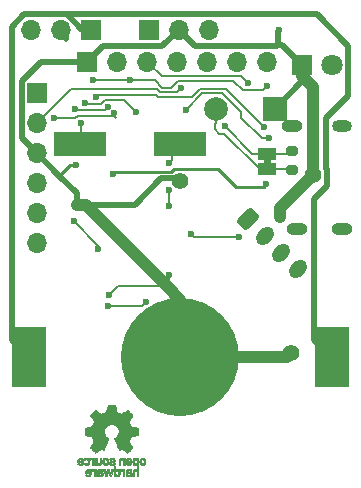
<source format=gbr>
G04 #@! TF.GenerationSoftware,KiCad,Pcbnew,7.0.8-7.0.8~ubuntu22.04.1*
G04 #@! TF.CreationDate,2024-07-29T11:47:05+09:00*
G04 #@! TF.ProjectId,FreqCounter3203,46726571-436f-4756-9e74-657233323033,rev?*
G04 #@! TF.SameCoordinates,Original*
G04 #@! TF.FileFunction,Copper,L2,Bot*
G04 #@! TF.FilePolarity,Positive*
%FSLAX46Y46*%
G04 Gerber Fmt 4.6, Leading zero omitted, Abs format (unit mm)*
G04 Created by KiCad (PCBNEW 7.0.8-7.0.8~ubuntu22.04.1) date 2024-07-29 11:47:05*
%MOMM*%
%LPD*%
G01*
G04 APERTURE LIST*
G04 Aperture macros list*
%AMRoundRect*
0 Rectangle with rounded corners*
0 $1 Rounding radius*
0 $2 $3 $4 $5 $6 $7 $8 $9 X,Y pos of 4 corners*
0 Add a 4 corners polygon primitive as box body*
4,1,4,$2,$3,$4,$5,$6,$7,$8,$9,$2,$3,0*
0 Add four circle primitives for the rounded corners*
1,1,$1+$1,$2,$3*
1,1,$1+$1,$4,$5*
1,1,$1+$1,$6,$7*
1,1,$1+$1,$8,$9*
0 Add four rect primitives between the rounded corners*
20,1,$1+$1,$2,$3,$4,$5,0*
20,1,$1+$1,$4,$5,$6,$7,0*
20,1,$1+$1,$6,$7,$8,$9,0*
20,1,$1+$1,$8,$9,$2,$3,0*%
%AMHorizOval*
0 Thick line with rounded ends*
0 $1 width*
0 $2 $3 position (X,Y) of the first rounded end (center of the circle)*
0 $4 $5 position (X,Y) of the second rounded end (center of the circle)*
0 Add line between two ends*
20,1,$1,$2,$3,$4,$5,0*
0 Add two circle primitives to create the rounded ends*
1,1,$1,$2,$3*
1,1,$1,$4,$5*%
G04 Aperture macros list end*
G04 #@! TA.AperFunction,EtchedComponent*
%ADD10C,0.010000*%
G04 #@! TD*
G04 #@! TA.AperFunction,ComponentPad*
%ADD11R,1.800000X1.800000*%
G04 #@! TD*
G04 #@! TA.AperFunction,ComponentPad*
%ADD12C,1.800000*%
G04 #@! TD*
G04 #@! TA.AperFunction,ComponentPad*
%ADD13R,1.700000X1.700000*%
G04 #@! TD*
G04 #@! TA.AperFunction,ComponentPad*
%ADD14O,1.700000X1.700000*%
G04 #@! TD*
G04 #@! TA.AperFunction,ComponentPad*
%ADD15O,1.800000X1.000000*%
G04 #@! TD*
G04 #@! TA.AperFunction,ComponentPad*
%ADD16O,1.700000X1.000000*%
G04 #@! TD*
G04 #@! TA.AperFunction,SMDPad,CuDef*
%ADD17R,1.500000X1.000000*%
G04 #@! TD*
G04 #@! TA.AperFunction,ComponentPad*
%ADD18R,2.000000X2.000000*%
G04 #@! TD*
G04 #@! TA.AperFunction,ComponentPad*
%ADD19C,2.000000*%
G04 #@! TD*
G04 #@! TA.AperFunction,SMDPad,CuDef*
%ADD20R,4.500000X2.000000*%
G04 #@! TD*
G04 #@! TA.AperFunction,SMDPad,CuDef*
%ADD21RoundRect,0.200000X-0.275000X0.200000X-0.275000X-0.200000X0.275000X-0.200000X0.275000X0.200000X0*%
G04 #@! TD*
G04 #@! TA.AperFunction,ComponentPad*
%ADD22RoundRect,0.250000X-0.689429X-0.194454X-0.194454X-0.689429X0.689429X0.194454X0.194454X0.689429X0*%
G04 #@! TD*
G04 #@! TA.AperFunction,ComponentPad*
%ADD23HorizOval,1.200000X-0.194454X-0.194454X0.194454X0.194454X0*%
G04 #@! TD*
G04 #@! TA.AperFunction,SMDPad,CuDef*
%ADD24R,3.000000X5.100000*%
G04 #@! TD*
G04 #@! TA.AperFunction,SMDPad,CuDef*
%ADD25C,10.000000*%
G04 #@! TD*
G04 #@! TA.AperFunction,ViaPad*
%ADD26C,0.600000*%
G04 #@! TD*
G04 #@! TA.AperFunction,ViaPad*
%ADD27C,1.399540*%
G04 #@! TD*
G04 #@! TA.AperFunction,Conductor*
%ADD28C,0.203200*%
G04 #@! TD*
G04 #@! TA.AperFunction,Conductor*
%ADD29C,0.508000*%
G04 #@! TD*
G04 #@! TA.AperFunction,Conductor*
%ADD30C,1.016000*%
G04 #@! TD*
G04 #@! TA.AperFunction,Conductor*
%ADD31C,0.250000*%
G04 #@! TD*
G04 APERTURE END LIST*
D10*
X137484474Y-75503007D02*
X137557095Y-75521208D01*
X137610146Y-75554944D01*
X137643929Y-75604442D01*
X137658747Y-75669926D01*
X137655747Y-75732620D01*
X137634093Y-75785499D01*
X137592567Y-75824596D01*
X137530336Y-75850673D01*
X137446569Y-75864495D01*
X137392140Y-75871740D01*
X137342460Y-75887415D01*
X137316811Y-75910114D01*
X137315262Y-75939798D01*
X137325584Y-75958307D01*
X137357551Y-75980243D01*
X137402995Y-75990618D01*
X137456249Y-75989199D01*
X137511648Y-75975752D01*
X137563528Y-75950043D01*
X137615253Y-75915813D01*
X137660748Y-75961849D01*
X137706243Y-76007884D01*
X137668521Y-76038676D01*
X137653853Y-76049374D01*
X137612583Y-76073680D01*
X137567927Y-76094625D01*
X137532584Y-76106645D01*
X137480834Y-76115352D01*
X137417035Y-76115467D01*
X137338800Y-76105881D01*
X137268322Y-76081583D01*
X137218436Y-76042988D01*
X137189023Y-75989998D01*
X137179965Y-75922518D01*
X137186521Y-75863154D01*
X137207570Y-75814552D01*
X137245464Y-75779746D01*
X137302604Y-75756598D01*
X137381385Y-75742970D01*
X137390434Y-75741983D01*
X137439485Y-75735692D01*
X137479275Y-75729109D01*
X137501912Y-75723508D01*
X137509466Y-75718997D01*
X137522237Y-75695741D01*
X137520163Y-75665971D01*
X137503095Y-75640127D01*
X137494133Y-75634491D01*
X137456788Y-75625460D01*
X137408550Y-75626067D01*
X137358250Y-75635678D01*
X137314715Y-75653658D01*
X137268972Y-75680647D01*
X137233490Y-75639184D01*
X137224880Y-75628650D01*
X137205483Y-75600432D01*
X137197497Y-75581308D01*
X137205883Y-75569581D01*
X137231826Y-75551276D01*
X137269288Y-75531577D01*
X137274566Y-75529170D01*
X137323966Y-75510282D01*
X137371583Y-75501252D01*
X137430672Y-75499439D01*
X137484474Y-75503007D01*
G04 #@! TA.AperFunction,EtchedComponent*
G36*
X137484474Y-75503007D02*
G01*
X137557095Y-75521208D01*
X137610146Y-75554944D01*
X137643929Y-75604442D01*
X137658747Y-75669926D01*
X137655747Y-75732620D01*
X137634093Y-75785499D01*
X137592567Y-75824596D01*
X137530336Y-75850673D01*
X137446569Y-75864495D01*
X137392140Y-75871740D01*
X137342460Y-75887415D01*
X137316811Y-75910114D01*
X137315262Y-75939798D01*
X137325584Y-75958307D01*
X137357551Y-75980243D01*
X137402995Y-75990618D01*
X137456249Y-75989199D01*
X137511648Y-75975752D01*
X137563528Y-75950043D01*
X137615253Y-75915813D01*
X137660748Y-75961849D01*
X137706243Y-76007884D01*
X137668521Y-76038676D01*
X137653853Y-76049374D01*
X137612583Y-76073680D01*
X137567927Y-76094625D01*
X137532584Y-76106645D01*
X137480834Y-76115352D01*
X137417035Y-76115467D01*
X137338800Y-76105881D01*
X137268322Y-76081583D01*
X137218436Y-76042988D01*
X137189023Y-75989998D01*
X137179965Y-75922518D01*
X137186521Y-75863154D01*
X137207570Y-75814552D01*
X137245464Y-75779746D01*
X137302604Y-75756598D01*
X137381385Y-75742970D01*
X137390434Y-75741983D01*
X137439485Y-75735692D01*
X137479275Y-75729109D01*
X137501912Y-75723508D01*
X137509466Y-75718997D01*
X137522237Y-75695741D01*
X137520163Y-75665971D01*
X137503095Y-75640127D01*
X137494133Y-75634491D01*
X137456788Y-75625460D01*
X137408550Y-75626067D01*
X137358250Y-75635678D01*
X137314715Y-75653658D01*
X137268972Y-75680647D01*
X137233490Y-75639184D01*
X137224880Y-75628650D01*
X137205483Y-75600432D01*
X137197497Y-75581308D01*
X137205883Y-75569581D01*
X137231826Y-75551276D01*
X137269288Y-75531577D01*
X137274566Y-75529170D01*
X137323966Y-75510282D01*
X137371583Y-75501252D01*
X137430672Y-75499439D01*
X137484474Y-75503007D01*
G37*
G04 #@! TD.AperFunction*
X135319009Y-75506293D02*
X135387621Y-75533024D01*
X135445648Y-75577151D01*
X135488507Y-75637758D01*
X135491401Y-75643937D01*
X135509776Y-75704209D01*
X135518957Y-75776207D01*
X135518885Y-75851169D01*
X135509501Y-75920336D01*
X135490749Y-75974949D01*
X135467595Y-76013012D01*
X135416630Y-76066935D01*
X135352906Y-76101211D01*
X135298385Y-76115072D01*
X135215367Y-76116585D01*
X135135926Y-76095682D01*
X135065479Y-76053264D01*
X135019884Y-76015680D01*
X135060951Y-75973310D01*
X135086896Y-75948209D01*
X135110364Y-75934234D01*
X135132124Y-75937311D01*
X135159956Y-75956087D01*
X135171054Y-75963438D01*
X135217937Y-75978483D01*
X135271824Y-75978473D01*
X135322275Y-75962968D01*
X135341272Y-75950516D01*
X135369137Y-75913746D01*
X135383106Y-75859739D01*
X135384005Y-75786131D01*
X135384003Y-75786089D01*
X135373609Y-75720233D01*
X135350714Y-75674572D01*
X135313039Y-75646328D01*
X135258308Y-75632720D01*
X135223841Y-75630890D01*
X135193726Y-75638384D01*
X135162840Y-75660095D01*
X135122872Y-75693726D01*
X135072256Y-75653050D01*
X135053763Y-75637467D01*
X135030665Y-75615140D01*
X135021639Y-75601983D01*
X135024836Y-75596053D01*
X135043246Y-75577848D01*
X135072573Y-75554695D01*
X135095520Y-75539630D01*
X135168374Y-75508680D01*
X135244399Y-75497873D01*
X135319009Y-75506293D01*
G04 #@! TA.AperFunction,EtchedComponent*
G36*
X135319009Y-75506293D02*
G01*
X135387621Y-75533024D01*
X135445648Y-75577151D01*
X135488507Y-75637758D01*
X135491401Y-75643937D01*
X135509776Y-75704209D01*
X135518957Y-75776207D01*
X135518885Y-75851169D01*
X135509501Y-75920336D01*
X135490749Y-75974949D01*
X135467595Y-76013012D01*
X135416630Y-76066935D01*
X135352906Y-76101211D01*
X135298385Y-76115072D01*
X135215367Y-76116585D01*
X135135926Y-76095682D01*
X135065479Y-76053264D01*
X135019884Y-76015680D01*
X135060951Y-75973310D01*
X135086896Y-75948209D01*
X135110364Y-75934234D01*
X135132124Y-75937311D01*
X135159956Y-75956087D01*
X135171054Y-75963438D01*
X135217937Y-75978483D01*
X135271824Y-75978473D01*
X135322275Y-75962968D01*
X135341272Y-75950516D01*
X135369137Y-75913746D01*
X135383106Y-75859739D01*
X135384005Y-75786131D01*
X135384003Y-75786089D01*
X135373609Y-75720233D01*
X135350714Y-75674572D01*
X135313039Y-75646328D01*
X135258308Y-75632720D01*
X135223841Y-75630890D01*
X135193726Y-75638384D01*
X135162840Y-75660095D01*
X135122872Y-75693726D01*
X135072256Y-75653050D01*
X135053763Y-75637467D01*
X135030665Y-75615140D01*
X135021639Y-75601983D01*
X135024836Y-75596053D01*
X135043246Y-75577848D01*
X135072573Y-75554695D01*
X135095520Y-75539630D01*
X135168374Y-75508680D01*
X135244399Y-75497873D01*
X135319009Y-75506293D01*
G37*
G04 #@! TD.AperFunction*
X135005044Y-75764678D02*
X135003425Y-75860921D01*
X135003215Y-75862814D01*
X134985135Y-75951125D01*
X134952470Y-76019786D01*
X134904201Y-76070306D01*
X134839313Y-76104193D01*
X134827401Y-76108068D01*
X134753571Y-76119488D01*
X134677214Y-76113120D01*
X134606226Y-76090363D01*
X134548504Y-76052619D01*
X134505267Y-76012672D01*
X134551225Y-75976332D01*
X134597183Y-75939993D01*
X134652569Y-75966901D01*
X134716656Y-75988705D01*
X134773232Y-75989358D01*
X134819520Y-75969325D01*
X134852830Y-75929115D01*
X134864771Y-75905022D01*
X134871437Y-75884430D01*
X134867580Y-75870520D01*
X134850275Y-75861981D01*
X134816597Y-75857504D01*
X134763621Y-75855778D01*
X134688422Y-75855493D01*
X134506095Y-75855493D01*
X134506095Y-75768292D01*
X134507457Y-75730010D01*
X134635834Y-75730010D01*
X134641999Y-75737051D01*
X134660254Y-75740716D01*
X134694952Y-75742106D01*
X134750446Y-75742325D01*
X134780203Y-75741976D01*
X134827162Y-75739667D01*
X134859016Y-75735622D01*
X134870748Y-75730342D01*
X134867746Y-75710862D01*
X134846588Y-75673586D01*
X134811331Y-75642964D01*
X134769299Y-75624468D01*
X134727820Y-75623573D01*
X134696597Y-75638404D01*
X134661218Y-75672155D01*
X134638722Y-75714033D01*
X134637405Y-75718490D01*
X134635834Y-75730010D01*
X134507457Y-75730010D01*
X134507736Y-75722171D01*
X134512555Y-75676540D01*
X134519440Y-75645693D01*
X134524459Y-75633917D01*
X134560990Y-75581467D01*
X134613775Y-75537721D01*
X134675504Y-75509079D01*
X134707702Y-75501257D01*
X134784420Y-75497696D01*
X134852779Y-75515809D01*
X134910899Y-75553579D01*
X134956902Y-75608991D01*
X134988910Y-75680029D01*
X134998500Y-75730342D01*
X135005044Y-75764678D01*
G04 #@! TA.AperFunction,EtchedComponent*
G36*
X135005044Y-75764678D02*
G01*
X135003425Y-75860921D01*
X135003215Y-75862814D01*
X134985135Y-75951125D01*
X134952470Y-76019786D01*
X134904201Y-76070306D01*
X134839313Y-76104193D01*
X134827401Y-76108068D01*
X134753571Y-76119488D01*
X134677214Y-76113120D01*
X134606226Y-76090363D01*
X134548504Y-76052619D01*
X134505267Y-76012672D01*
X134551225Y-75976332D01*
X134597183Y-75939993D01*
X134652569Y-75966901D01*
X134716656Y-75988705D01*
X134773232Y-75989358D01*
X134819520Y-75969325D01*
X134852830Y-75929115D01*
X134864771Y-75905022D01*
X134871437Y-75884430D01*
X134867580Y-75870520D01*
X134850275Y-75861981D01*
X134816597Y-75857504D01*
X134763621Y-75855778D01*
X134688422Y-75855493D01*
X134506095Y-75855493D01*
X134506095Y-75768292D01*
X134507457Y-75730010D01*
X134635834Y-75730010D01*
X134641999Y-75737051D01*
X134660254Y-75740716D01*
X134694952Y-75742106D01*
X134750446Y-75742325D01*
X134780203Y-75741976D01*
X134827162Y-75739667D01*
X134859016Y-75735622D01*
X134870748Y-75730342D01*
X134867746Y-75710862D01*
X134846588Y-75673586D01*
X134811331Y-75642964D01*
X134769299Y-75624468D01*
X134727820Y-75623573D01*
X134696597Y-75638404D01*
X134661218Y-75672155D01*
X134638722Y-75714033D01*
X134637405Y-75718490D01*
X134635834Y-75730010D01*
X134507457Y-75730010D01*
X134507736Y-75722171D01*
X134512555Y-75676540D01*
X134519440Y-75645693D01*
X134524459Y-75633917D01*
X134560990Y-75581467D01*
X134613775Y-75537721D01*
X134675504Y-75509079D01*
X134707702Y-75501257D01*
X134784420Y-75497696D01*
X134852779Y-75515809D01*
X134910899Y-75553579D01*
X134956902Y-75608991D01*
X134988910Y-75680029D01*
X134998500Y-75730342D01*
X135005044Y-75764678D01*
G37*
G04 #@! TD.AperFunction*
X139092899Y-76895023D02*
X139092757Y-76896682D01*
X139077435Y-76961279D01*
X139043353Y-77009863D01*
X138988818Y-77044872D01*
X138960636Y-77053389D01*
X138912364Y-77060028D01*
X138859578Y-77061613D01*
X138811953Y-77057960D01*
X138779166Y-77048883D01*
X138759252Y-77041613D01*
X138739755Y-77048883D01*
X138732623Y-77053095D01*
X138704157Y-77059926D01*
X138665659Y-77062622D01*
X138605303Y-77062622D01*
X138605303Y-76846911D01*
X138743620Y-76846911D01*
X138748268Y-76883704D01*
X138766615Y-76916069D01*
X138777114Y-76923074D01*
X138814588Y-76933991D01*
X138861373Y-76936717D01*
X138907252Y-76931179D01*
X138942010Y-76917305D01*
X138959326Y-76898961D01*
X138969956Y-76866366D01*
X138960529Y-76840529D01*
X138929364Y-76818063D01*
X138879267Y-76803650D01*
X138813182Y-76798563D01*
X138743620Y-76798563D01*
X138743620Y-76846911D01*
X138605303Y-76846911D01*
X138605303Y-76819284D01*
X138605307Y-76798240D01*
X138605537Y-76718922D01*
X138606397Y-76659954D01*
X138608279Y-76617416D01*
X138611574Y-76587392D01*
X138616673Y-76565963D01*
X138623966Y-76549211D01*
X138633846Y-76533219D01*
X138665623Y-76495748D01*
X138710655Y-76467139D01*
X138769810Y-76451355D01*
X138847761Y-76446503D01*
X138850295Y-76446508D01*
X138904480Y-76448955D01*
X138952980Y-76455056D01*
X138986078Y-76463609D01*
X138995152Y-76467896D01*
X139024033Y-76486048D01*
X139050168Y-76507622D01*
X139067364Y-76527036D01*
X139069425Y-76538709D01*
X139065403Y-76541863D01*
X139021576Y-76575539D01*
X138992271Y-76595400D01*
X138972894Y-76603413D01*
X138958853Y-76601546D01*
X138945557Y-76591765D01*
X138921018Y-76579556D01*
X138879664Y-76571415D01*
X138832926Y-76569303D01*
X138790634Y-76573600D01*
X138762617Y-76584687D01*
X138761143Y-76586036D01*
X138748553Y-76611381D01*
X138743620Y-76649211D01*
X138743620Y-76697969D01*
X138859931Y-76698016D01*
X138913360Y-76698861D01*
X138958335Y-76702540D01*
X138990507Y-76710109D01*
X139016499Y-76722608D01*
X139022548Y-76726447D01*
X139066310Y-76768645D01*
X139089587Y-76824447D01*
X139091555Y-76866366D01*
X139092899Y-76895023D01*
G04 #@! TA.AperFunction,EtchedComponent*
G36*
X139092899Y-76895023D02*
G01*
X139092757Y-76896682D01*
X139077435Y-76961279D01*
X139043353Y-77009863D01*
X138988818Y-77044872D01*
X138960636Y-77053389D01*
X138912364Y-77060028D01*
X138859578Y-77061613D01*
X138811953Y-77057960D01*
X138779166Y-77048883D01*
X138759252Y-77041613D01*
X138739755Y-77048883D01*
X138732623Y-77053095D01*
X138704157Y-77059926D01*
X138665659Y-77062622D01*
X138605303Y-77062622D01*
X138605303Y-76846911D01*
X138743620Y-76846911D01*
X138748268Y-76883704D01*
X138766615Y-76916069D01*
X138777114Y-76923074D01*
X138814588Y-76933991D01*
X138861373Y-76936717D01*
X138907252Y-76931179D01*
X138942010Y-76917305D01*
X138959326Y-76898961D01*
X138969956Y-76866366D01*
X138960529Y-76840529D01*
X138929364Y-76818063D01*
X138879267Y-76803650D01*
X138813182Y-76798563D01*
X138743620Y-76798563D01*
X138743620Y-76846911D01*
X138605303Y-76846911D01*
X138605303Y-76819284D01*
X138605307Y-76798240D01*
X138605537Y-76718922D01*
X138606397Y-76659954D01*
X138608279Y-76617416D01*
X138611574Y-76587392D01*
X138616673Y-76565963D01*
X138623966Y-76549211D01*
X138633846Y-76533219D01*
X138665623Y-76495748D01*
X138710655Y-76467139D01*
X138769810Y-76451355D01*
X138847761Y-76446503D01*
X138850295Y-76446508D01*
X138904480Y-76448955D01*
X138952980Y-76455056D01*
X138986078Y-76463609D01*
X138995152Y-76467896D01*
X139024033Y-76486048D01*
X139050168Y-76507622D01*
X139067364Y-76527036D01*
X139069425Y-76538709D01*
X139065403Y-76541863D01*
X139021576Y-76575539D01*
X138992271Y-76595400D01*
X138972894Y-76603413D01*
X138958853Y-76601546D01*
X138945557Y-76591765D01*
X138921018Y-76579556D01*
X138879664Y-76571415D01*
X138832926Y-76569303D01*
X138790634Y-76573600D01*
X138762617Y-76584687D01*
X138761143Y-76586036D01*
X138748553Y-76611381D01*
X138743620Y-76649211D01*
X138743620Y-76697969D01*
X138859931Y-76698016D01*
X138913360Y-76698861D01*
X138958335Y-76702540D01*
X138990507Y-76710109D01*
X139016499Y-76722608D01*
X139022548Y-76726447D01*
X139066310Y-76768645D01*
X139089587Y-76824447D01*
X139091555Y-76866366D01*
X139092899Y-76895023D01*
G37*
G04 #@! TD.AperFunction*
X135649953Y-76754553D02*
X135648318Y-76801492D01*
X135633427Y-76891259D01*
X135602785Y-76961845D01*
X135556124Y-77013752D01*
X135493174Y-77047486D01*
X135472835Y-77053447D01*
X135400212Y-77061771D01*
X135323528Y-77054746D01*
X135254263Y-77033065D01*
X135229862Y-77020759D01*
X135194875Y-76999679D01*
X135173672Y-76982334D01*
X135170542Y-76978371D01*
X135164685Y-76963877D01*
X135173124Y-76948121D01*
X135198821Y-76924260D01*
X135211222Y-76913872D01*
X135235652Y-76894863D01*
X135248461Y-76887093D01*
X135252130Y-76887894D01*
X135273161Y-76896545D01*
X135304560Y-76911731D01*
X135314797Y-76916726D01*
X135375190Y-76935275D01*
X135427657Y-76930494D01*
X135473665Y-76902300D01*
X135479019Y-76897091D01*
X135504613Y-76864459D01*
X135519237Y-76833142D01*
X135527336Y-76798563D01*
X135147382Y-76798563D01*
X135147452Y-76732548D01*
X135147492Y-76725982D01*
X135152622Y-76673018D01*
X135285699Y-76673018D01*
X135287270Y-76684003D01*
X135295338Y-76691573D01*
X135314567Y-76695775D01*
X135349619Y-76697583D01*
X135405154Y-76697969D01*
X135436029Y-76697568D01*
X135481602Y-76695229D01*
X135512948Y-76691265D01*
X135524610Y-76686213D01*
X135514664Y-76644627D01*
X135485547Y-76605813D01*
X135443552Y-76578886D01*
X135395040Y-76569572D01*
X135359323Y-76580072D01*
X135323620Y-76605740D01*
X135296479Y-76639181D01*
X135285699Y-76673018D01*
X135152622Y-76673018D01*
X135155358Y-76644765D01*
X135178255Y-76578695D01*
X135218207Y-76521740D01*
X135242579Y-76497648D01*
X135292915Y-76465397D01*
X135353019Y-76449770D01*
X135428938Y-76448671D01*
X135465610Y-76452979D01*
X135533303Y-76475349D01*
X135585130Y-76516063D01*
X135621545Y-76575749D01*
X135643001Y-76655036D01*
X135645179Y-76686213D01*
X135649953Y-76754553D01*
G04 #@! TA.AperFunction,EtchedComponent*
G36*
X135649953Y-76754553D02*
G01*
X135648318Y-76801492D01*
X135633427Y-76891259D01*
X135602785Y-76961845D01*
X135556124Y-77013752D01*
X135493174Y-77047486D01*
X135472835Y-77053447D01*
X135400212Y-77061771D01*
X135323528Y-77054746D01*
X135254263Y-77033065D01*
X135229862Y-77020759D01*
X135194875Y-76999679D01*
X135173672Y-76982334D01*
X135170542Y-76978371D01*
X135164685Y-76963877D01*
X135173124Y-76948121D01*
X135198821Y-76924260D01*
X135211222Y-76913872D01*
X135235652Y-76894863D01*
X135248461Y-76887093D01*
X135252130Y-76887894D01*
X135273161Y-76896545D01*
X135304560Y-76911731D01*
X135314797Y-76916726D01*
X135375190Y-76935275D01*
X135427657Y-76930494D01*
X135473665Y-76902300D01*
X135479019Y-76897091D01*
X135504613Y-76864459D01*
X135519237Y-76833142D01*
X135527336Y-76798563D01*
X135147382Y-76798563D01*
X135147452Y-76732548D01*
X135147492Y-76725982D01*
X135152622Y-76673018D01*
X135285699Y-76673018D01*
X135287270Y-76684003D01*
X135295338Y-76691573D01*
X135314567Y-76695775D01*
X135349619Y-76697583D01*
X135405154Y-76697969D01*
X135436029Y-76697568D01*
X135481602Y-76695229D01*
X135512948Y-76691265D01*
X135524610Y-76686213D01*
X135514664Y-76644627D01*
X135485547Y-76605813D01*
X135443552Y-76578886D01*
X135395040Y-76569572D01*
X135359323Y-76580072D01*
X135323620Y-76605740D01*
X135296479Y-76639181D01*
X135285699Y-76673018D01*
X135152622Y-76673018D01*
X135155358Y-76644765D01*
X135178255Y-76578695D01*
X135218207Y-76521740D01*
X135242579Y-76497648D01*
X135292915Y-76465397D01*
X135353019Y-76449770D01*
X135428938Y-76448671D01*
X135465610Y-76452979D01*
X135533303Y-76475349D01*
X135585130Y-76516063D01*
X135621545Y-76575749D01*
X135643001Y-76655036D01*
X135645179Y-76686213D01*
X135649953Y-76754553D01*
G37*
G04 #@! TD.AperFunction*
X140250597Y-75839731D02*
X140248973Y-75879110D01*
X140245288Y-75927132D01*
X140239010Y-75961168D01*
X140228644Y-75988138D01*
X140212692Y-76014958D01*
X140212012Y-76015975D01*
X140172732Y-76059429D01*
X140124672Y-76092572D01*
X140068785Y-76112239D01*
X139995266Y-76118624D01*
X139923209Y-76106068D01*
X139858801Y-76075811D01*
X139808227Y-76029094D01*
X139793708Y-76007021D01*
X139766593Y-75938402D01*
X139753146Y-75853739D01*
X139753376Y-75832323D01*
X139888520Y-75832323D01*
X139888774Y-75872374D01*
X139893021Y-75899113D01*
X139902696Y-75919659D01*
X139919238Y-75941131D01*
X139942193Y-75962439D01*
X139988105Y-75981453D01*
X140037402Y-75977922D01*
X140084517Y-75951494D01*
X140097807Y-75938872D01*
X140111997Y-75917265D01*
X140119866Y-75886894D01*
X140124326Y-75839570D01*
X140125555Y-75804019D01*
X140118824Y-75731420D01*
X140098167Y-75679442D01*
X140063494Y-75647799D01*
X140022849Y-75632647D01*
X139974377Y-75633923D01*
X139929445Y-75659503D01*
X139918703Y-75669242D01*
X139905148Y-75686280D01*
X139897105Y-75708572D01*
X139892643Y-75742747D01*
X139889828Y-75795438D01*
X139888520Y-75832323D01*
X139753376Y-75832323D01*
X139754183Y-75757151D01*
X139755507Y-75743451D01*
X139773974Y-75655708D01*
X139808140Y-75587593D01*
X139858079Y-75539031D01*
X139923861Y-75509948D01*
X140005561Y-75500271D01*
X140036428Y-75501179D01*
X140099728Y-75512293D01*
X140151489Y-75538821D01*
X140199747Y-75584236D01*
X140207465Y-75593351D01*
X140228281Y-75624048D01*
X140241962Y-75658807D01*
X140249548Y-75702856D01*
X140252079Y-75761421D01*
X140251272Y-75804019D01*
X140250597Y-75839731D01*
G04 #@! TA.AperFunction,EtchedComponent*
G36*
X140250597Y-75839731D02*
G01*
X140248973Y-75879110D01*
X140245288Y-75927132D01*
X140239010Y-75961168D01*
X140228644Y-75988138D01*
X140212692Y-76014958D01*
X140212012Y-76015975D01*
X140172732Y-76059429D01*
X140124672Y-76092572D01*
X140068785Y-76112239D01*
X139995266Y-76118624D01*
X139923209Y-76106068D01*
X139858801Y-76075811D01*
X139808227Y-76029094D01*
X139793708Y-76007021D01*
X139766593Y-75938402D01*
X139753146Y-75853739D01*
X139753376Y-75832323D01*
X139888520Y-75832323D01*
X139888774Y-75872374D01*
X139893021Y-75899113D01*
X139902696Y-75919659D01*
X139919238Y-75941131D01*
X139942193Y-75962439D01*
X139988105Y-75981453D01*
X140037402Y-75977922D01*
X140084517Y-75951494D01*
X140097807Y-75938872D01*
X140111997Y-75917265D01*
X140119866Y-75886894D01*
X140124326Y-75839570D01*
X140125555Y-75804019D01*
X140118824Y-75731420D01*
X140098167Y-75679442D01*
X140063494Y-75647799D01*
X140022849Y-75632647D01*
X139974377Y-75633923D01*
X139929445Y-75659503D01*
X139918703Y-75669242D01*
X139905148Y-75686280D01*
X139897105Y-75708572D01*
X139892643Y-75742747D01*
X139889828Y-75795438D01*
X139888520Y-75832323D01*
X139753376Y-75832323D01*
X139754183Y-75757151D01*
X139755507Y-75743451D01*
X139773974Y-75655708D01*
X139808140Y-75587593D01*
X139858079Y-75539031D01*
X139923861Y-75509948D01*
X140005561Y-75500271D01*
X140036428Y-75501179D01*
X140099728Y-75512293D01*
X140151489Y-75538821D01*
X140199747Y-75584236D01*
X140207465Y-75593351D01*
X140228281Y-75624048D01*
X140241962Y-75658807D01*
X140249548Y-75702856D01*
X140252079Y-75761421D01*
X140251272Y-75804019D01*
X140250597Y-75839731D01*
G37*
G04 #@! TD.AperFunction*
X136165897Y-75699142D02*
X136166957Y-75787194D01*
X136171109Y-75858310D01*
X136179521Y-75909999D01*
X136193357Y-75945160D01*
X136213782Y-75966689D01*
X136241964Y-75977482D01*
X136279065Y-75980436D01*
X136314490Y-75977800D01*
X136343100Y-75967479D01*
X136363896Y-75946572D01*
X136378042Y-75912181D01*
X136386703Y-75861410D01*
X136391045Y-75791363D01*
X136392233Y-75699142D01*
X136392233Y-75503414D01*
X136517976Y-75503414D01*
X136517976Y-75739378D01*
X136517760Y-75802361D01*
X136516084Y-75883807D01*
X136511877Y-75945921D01*
X136504121Y-75992258D01*
X136491796Y-76026373D01*
X136473885Y-76051822D01*
X136449367Y-76072162D01*
X136417223Y-76090947D01*
X136349725Y-76114728D01*
X136279281Y-76116280D01*
X136212864Y-76094380D01*
X136183886Y-76080183D01*
X136169509Y-76078061D01*
X136165897Y-76088093D01*
X136159899Y-76099356D01*
X136138430Y-76105289D01*
X136096738Y-76106979D01*
X136027580Y-76106979D01*
X136027580Y-75503414D01*
X136165897Y-75503414D01*
X136165897Y-75699142D01*
G04 #@! TA.AperFunction,EtchedComponent*
G36*
X136165897Y-75699142D02*
G01*
X136166957Y-75787194D01*
X136171109Y-75858310D01*
X136179521Y-75909999D01*
X136193357Y-75945160D01*
X136213782Y-75966689D01*
X136241964Y-75977482D01*
X136279065Y-75980436D01*
X136314490Y-75977800D01*
X136343100Y-75967479D01*
X136363896Y-75946572D01*
X136378042Y-75912181D01*
X136386703Y-75861410D01*
X136391045Y-75791363D01*
X136392233Y-75699142D01*
X136392233Y-75503414D01*
X136517976Y-75503414D01*
X136517976Y-75739378D01*
X136517760Y-75802361D01*
X136516084Y-75883807D01*
X136511877Y-75945921D01*
X136504121Y-75992258D01*
X136491796Y-76026373D01*
X136473885Y-76051822D01*
X136449367Y-76072162D01*
X136417223Y-76090947D01*
X136349725Y-76114728D01*
X136279281Y-76116280D01*
X136212864Y-76094380D01*
X136183886Y-76080183D01*
X136169509Y-76078061D01*
X136165897Y-76088093D01*
X136159899Y-76099356D01*
X136138430Y-76105289D01*
X136096738Y-76106979D01*
X136027580Y-76106979D01*
X136027580Y-75503414D01*
X136165897Y-75503414D01*
X136165897Y-75699142D01*
G37*
G04 #@! TD.AperFunction*
X138076361Y-76801613D02*
X138074767Y-76855371D01*
X138071562Y-76892818D01*
X138071013Y-76896250D01*
X138049438Y-76957635D01*
X138010038Y-77009677D01*
X137958352Y-77044935D01*
X137902848Y-77059529D01*
X137834577Y-77058397D01*
X137771773Y-77038829D01*
X137755415Y-77030571D01*
X137734379Y-77021723D01*
X137726374Y-77024476D01*
X137725105Y-77038829D01*
X137724522Y-77045986D01*
X137716994Y-77056572D01*
X137696088Y-77061445D01*
X137655946Y-77062622D01*
X137586788Y-77062622D01*
X137586788Y-76760730D01*
X137725105Y-76760730D01*
X137726096Y-76813030D01*
X137730119Y-76847850D01*
X137738708Y-76871705D01*
X137753397Y-76891695D01*
X137792184Y-76921418D01*
X137837574Y-76931382D01*
X137881589Y-76919060D01*
X137918660Y-76884688D01*
X137928459Y-76859535D01*
X137935697Y-76814994D01*
X137938879Y-76760955D01*
X137937877Y-76705528D01*
X137932561Y-76656822D01*
X137922804Y-76622948D01*
X137919687Y-76617393D01*
X137889638Y-76589474D01*
X137848915Y-76577106D01*
X137805179Y-76579983D01*
X137766091Y-76597800D01*
X137739310Y-76630252D01*
X137738203Y-76632981D01*
X137731563Y-76663434D01*
X137726878Y-76708939D01*
X137725105Y-76760730D01*
X137586788Y-76760730D01*
X137586788Y-76207573D01*
X137725105Y-76207573D01*
X137725105Y-76500678D01*
X137750724Y-76477493D01*
X137775392Y-76463082D01*
X137822080Y-76451036D01*
X137876656Y-76447154D01*
X137929954Y-76451920D01*
X137972807Y-76465814D01*
X138003478Y-76485579D01*
X138035071Y-76519249D01*
X138056333Y-76564530D01*
X138069114Y-76625781D01*
X138075264Y-76707363D01*
X138076168Y-76740340D01*
X138076233Y-76760955D01*
X138076361Y-76801613D01*
G04 #@! TA.AperFunction,EtchedComponent*
G36*
X138076361Y-76801613D02*
G01*
X138074767Y-76855371D01*
X138071562Y-76892818D01*
X138071013Y-76896250D01*
X138049438Y-76957635D01*
X138010038Y-77009677D01*
X137958352Y-77044935D01*
X137902848Y-77059529D01*
X137834577Y-77058397D01*
X137771773Y-77038829D01*
X137755415Y-77030571D01*
X137734379Y-77021723D01*
X137726374Y-77024476D01*
X137725105Y-77038829D01*
X137724522Y-77045986D01*
X137716994Y-77056572D01*
X137696088Y-77061445D01*
X137655946Y-77062622D01*
X137586788Y-77062622D01*
X137586788Y-76760730D01*
X137725105Y-76760730D01*
X137726096Y-76813030D01*
X137730119Y-76847850D01*
X137738708Y-76871705D01*
X137753397Y-76891695D01*
X137792184Y-76921418D01*
X137837574Y-76931382D01*
X137881589Y-76919060D01*
X137918660Y-76884688D01*
X137928459Y-76859535D01*
X137935697Y-76814994D01*
X137938879Y-76760955D01*
X137937877Y-76705528D01*
X137932561Y-76656822D01*
X137922804Y-76622948D01*
X137919687Y-76617393D01*
X137889638Y-76589474D01*
X137848915Y-76577106D01*
X137805179Y-76579983D01*
X137766091Y-76597800D01*
X137739310Y-76630252D01*
X137738203Y-76632981D01*
X137731563Y-76663434D01*
X137726878Y-76708939D01*
X137725105Y-76760730D01*
X137586788Y-76760730D01*
X137586788Y-76207573D01*
X137725105Y-76207573D01*
X137725105Y-76500678D01*
X137750724Y-76477493D01*
X137775392Y-76463082D01*
X137822080Y-76451036D01*
X137876656Y-76447154D01*
X137929954Y-76451920D01*
X137972807Y-76465814D01*
X138003478Y-76485579D01*
X138035071Y-76519249D01*
X138056333Y-76564530D01*
X138069114Y-76625781D01*
X138075264Y-76707363D01*
X138076168Y-76740340D01*
X138076233Y-76760955D01*
X138076361Y-76801613D01*
G37*
G04 #@! TD.AperFunction*
X138479560Y-77062622D02*
X138353818Y-77062622D01*
X138353818Y-76868540D01*
X138353678Y-76823394D01*
X138352249Y-76748623D01*
X138348629Y-76693267D01*
X138342034Y-76653502D01*
X138331679Y-76625500D01*
X138316778Y-76605435D01*
X138296546Y-76589481D01*
X138274459Y-76577592D01*
X138248305Y-76574221D01*
X138211108Y-76581717D01*
X138199155Y-76584838D01*
X138169318Y-76589535D01*
X138147983Y-76582805D01*
X138123255Y-76561977D01*
X138118563Y-76557447D01*
X138092620Y-76529426D01*
X138075891Y-76506643D01*
X138073596Y-76501155D01*
X138078143Y-76480888D01*
X138101202Y-76464684D01*
X138137595Y-76453313D01*
X138182144Y-76447540D01*
X138229672Y-76448134D01*
X138275000Y-76455863D01*
X138312951Y-76471494D01*
X138324981Y-76478793D01*
X138345232Y-76489476D01*
X138352729Y-76487030D01*
X138353818Y-76471447D01*
X138354073Y-76465853D01*
X138360139Y-76453460D01*
X138378956Y-76447820D01*
X138416689Y-76446483D01*
X138479560Y-76446483D01*
X138479560Y-77062622D01*
G04 #@! TA.AperFunction,EtchedComponent*
G36*
X138479560Y-77062622D02*
G01*
X138353818Y-77062622D01*
X138353818Y-76868540D01*
X138353678Y-76823394D01*
X138352249Y-76748623D01*
X138348629Y-76693267D01*
X138342034Y-76653502D01*
X138331679Y-76625500D01*
X138316778Y-76605435D01*
X138296546Y-76589481D01*
X138274459Y-76577592D01*
X138248305Y-76574221D01*
X138211108Y-76581717D01*
X138199155Y-76584838D01*
X138169318Y-76589535D01*
X138147983Y-76582805D01*
X138123255Y-76561977D01*
X138118563Y-76557447D01*
X138092620Y-76529426D01*
X138075891Y-76506643D01*
X138073596Y-76501155D01*
X138078143Y-76480888D01*
X138101202Y-76464684D01*
X138137595Y-76453313D01*
X138182144Y-76447540D01*
X138229672Y-76448134D01*
X138275000Y-76455863D01*
X138312951Y-76471494D01*
X138324981Y-76478793D01*
X138345232Y-76489476D01*
X138352729Y-76487030D01*
X138353818Y-76471447D01*
X138354073Y-76465853D01*
X138360139Y-76453460D01*
X138378956Y-76447820D01*
X138416689Y-76446483D01*
X138479560Y-76446483D01*
X138479560Y-77062622D01*
G37*
G04 #@! TD.AperFunction*
X139661540Y-77063936D02*
X139595526Y-77060136D01*
X139529511Y-77056335D01*
X139526372Y-76855147D01*
X139525444Y-76806225D01*
X139522808Y-76732726D01*
X139518283Y-76678791D01*
X139511038Y-76640795D01*
X139500242Y-76615113D01*
X139485062Y-76598120D01*
X139464666Y-76586189D01*
X139426397Y-76574005D01*
X139388338Y-76578740D01*
X139348149Y-76604779D01*
X139309461Y-76637333D01*
X139309461Y-77062622D01*
X139171144Y-77062622D01*
X139171144Y-76831976D01*
X139171277Y-76759682D01*
X139172013Y-76695441D01*
X139173781Y-76648418D01*
X139177011Y-76614348D01*
X139182130Y-76588970D01*
X139189567Y-76568021D01*
X139199750Y-76547236D01*
X139202164Y-76542824D01*
X139234275Y-76499847D01*
X139271856Y-76469813D01*
X139317164Y-76454043D01*
X139377161Y-76447022D01*
X139437243Y-76450825D01*
X139486125Y-76465668D01*
X139523224Y-76484852D01*
X139523224Y-76069659D01*
X139472392Y-76096154D01*
X139451158Y-76105780D01*
X139384136Y-76119392D01*
X139317530Y-76109984D01*
X139255787Y-76078705D01*
X139203357Y-76026702D01*
X139195143Y-76014480D01*
X139187249Y-75996563D01*
X139182100Y-75972204D01*
X139179127Y-75936727D01*
X139177761Y-75885456D01*
X139177515Y-75832036D01*
X139310349Y-75832036D01*
X139310461Y-75876649D01*
X139313872Y-75906401D01*
X139321537Y-75927635D01*
X139334414Y-75946696D01*
X139350771Y-75964417D01*
X139376929Y-75977828D01*
X139416342Y-75981236D01*
X139451159Y-75978271D01*
X139485620Y-75963431D01*
X139507815Y-75933369D01*
X139519697Y-75885054D01*
X139523224Y-75815450D01*
X139522312Y-75778424D01*
X139513209Y-75708528D01*
X139494428Y-75661264D01*
X139466076Y-75636968D01*
X139437440Y-75630132D01*
X139387570Y-75633337D01*
X139345433Y-75653180D01*
X139335349Y-75662280D01*
X139324663Y-75678023D01*
X139318056Y-75701458D01*
X139314132Y-75738404D01*
X139311497Y-75794680D01*
X139310349Y-75832036D01*
X139177515Y-75832036D01*
X139177431Y-75813717D01*
X139177544Y-75780984D01*
X139179472Y-75704844D01*
X139184840Y-75647966D01*
X139195006Y-75606049D01*
X139211325Y-75574796D01*
X139235153Y-75549906D01*
X139267847Y-75527082D01*
X139294359Y-75513984D01*
X139357215Y-75499539D01*
X139423469Y-75501507D01*
X139482357Y-75520233D01*
X139507630Y-75532473D01*
X139520342Y-75533738D01*
X139523224Y-75522598D01*
X139523226Y-75522261D01*
X139529438Y-75510887D01*
X139550860Y-75505056D01*
X139592382Y-75503414D01*
X139661540Y-75503414D01*
X139661540Y-75815450D01*
X139661540Y-77063936D01*
G04 #@! TA.AperFunction,EtchedComponent*
G36*
X139661540Y-77063936D02*
G01*
X139595526Y-77060136D01*
X139529511Y-77056335D01*
X139526372Y-76855147D01*
X139525444Y-76806225D01*
X139522808Y-76732726D01*
X139518283Y-76678791D01*
X139511038Y-76640795D01*
X139500242Y-76615113D01*
X139485062Y-76598120D01*
X139464666Y-76586189D01*
X139426397Y-76574005D01*
X139388338Y-76578740D01*
X139348149Y-76604779D01*
X139309461Y-76637333D01*
X139309461Y-77062622D01*
X139171144Y-77062622D01*
X139171144Y-76831976D01*
X139171277Y-76759682D01*
X139172013Y-76695441D01*
X139173781Y-76648418D01*
X139177011Y-76614348D01*
X139182130Y-76588970D01*
X139189567Y-76568021D01*
X139199750Y-76547236D01*
X139202164Y-76542824D01*
X139234275Y-76499847D01*
X139271856Y-76469813D01*
X139317164Y-76454043D01*
X139377161Y-76447022D01*
X139437243Y-76450825D01*
X139486125Y-76465668D01*
X139523224Y-76484852D01*
X139523224Y-76069659D01*
X139472392Y-76096154D01*
X139451158Y-76105780D01*
X139384136Y-76119392D01*
X139317530Y-76109984D01*
X139255787Y-76078705D01*
X139203357Y-76026702D01*
X139195143Y-76014480D01*
X139187249Y-75996563D01*
X139182100Y-75972204D01*
X139179127Y-75936727D01*
X139177761Y-75885456D01*
X139177515Y-75832036D01*
X139310349Y-75832036D01*
X139310461Y-75876649D01*
X139313872Y-75906401D01*
X139321537Y-75927635D01*
X139334414Y-75946696D01*
X139350771Y-75964417D01*
X139376929Y-75977828D01*
X139416342Y-75981236D01*
X139451159Y-75978271D01*
X139485620Y-75963431D01*
X139507815Y-75933369D01*
X139519697Y-75885054D01*
X139523224Y-75815450D01*
X139522312Y-75778424D01*
X139513209Y-75708528D01*
X139494428Y-75661264D01*
X139466076Y-75636968D01*
X139437440Y-75630132D01*
X139387570Y-75633337D01*
X139345433Y-75653180D01*
X139335349Y-75662280D01*
X139324663Y-75678023D01*
X139318056Y-75701458D01*
X139314132Y-75738404D01*
X139311497Y-75794680D01*
X139310349Y-75832036D01*
X139177515Y-75832036D01*
X139177431Y-75813717D01*
X139177544Y-75780984D01*
X139179472Y-75704844D01*
X139184840Y-75647966D01*
X139195006Y-75606049D01*
X139211325Y-75574796D01*
X139235153Y-75549906D01*
X139267847Y-75527082D01*
X139294359Y-75513984D01*
X139357215Y-75499539D01*
X139423469Y-75501507D01*
X139482357Y-75520233D01*
X139507630Y-75532473D01*
X139520342Y-75533738D01*
X139523224Y-75522598D01*
X139523226Y-75522261D01*
X139529438Y-75510887D01*
X139550860Y-75505056D01*
X139592382Y-75503414D01*
X139661540Y-75503414D01*
X139661540Y-75815450D01*
X139661540Y-77063936D01*
G37*
G04 #@! TD.AperFunction*
X138268205Y-75502224D02*
X138325526Y-75520234D01*
X138350799Y-75532474D01*
X138363510Y-75533738D01*
X138366392Y-75522598D01*
X138366395Y-75522261D01*
X138372606Y-75510887D01*
X138394028Y-75505056D01*
X138435550Y-75503414D01*
X138504709Y-75503414D01*
X138504709Y-76106979D01*
X138366392Y-76106979D01*
X138366392Y-75898932D01*
X138366297Y-75828679D01*
X138365651Y-75770970D01*
X138363920Y-75730587D01*
X138360574Y-75703415D01*
X138355081Y-75685340D01*
X138346910Y-75672247D01*
X138335528Y-75660021D01*
X138320024Y-75647017D01*
X138275443Y-75629545D01*
X138228647Y-75634673D01*
X138185780Y-75662307D01*
X138173527Y-75675168D01*
X138164732Y-75688184D01*
X138158833Y-75705506D01*
X138155251Y-75731301D01*
X138153409Y-75769739D01*
X138152728Y-75824989D01*
X138152630Y-75901218D01*
X138152630Y-76106979D01*
X138014313Y-76106979D01*
X138014589Y-75883785D01*
X138014608Y-75873844D01*
X138015807Y-75778906D01*
X138019491Y-75705158D01*
X138026606Y-75649014D01*
X138038100Y-75606887D01*
X138054918Y-75575191D01*
X138078009Y-75550341D01*
X138108317Y-75528750D01*
X138139612Y-75513802D01*
X138202637Y-75500221D01*
X138268205Y-75502224D01*
G04 #@! TA.AperFunction,EtchedComponent*
G36*
X138268205Y-75502224D02*
G01*
X138325526Y-75520234D01*
X138350799Y-75532474D01*
X138363510Y-75533738D01*
X138366392Y-75522598D01*
X138366395Y-75522261D01*
X138372606Y-75510887D01*
X138394028Y-75505056D01*
X138435550Y-75503414D01*
X138504709Y-75503414D01*
X138504709Y-76106979D01*
X138366392Y-76106979D01*
X138366392Y-75898932D01*
X138366297Y-75828679D01*
X138365651Y-75770970D01*
X138363920Y-75730587D01*
X138360574Y-75703415D01*
X138355081Y-75685340D01*
X138346910Y-75672247D01*
X138335528Y-75660021D01*
X138320024Y-75647017D01*
X138275443Y-75629545D01*
X138228647Y-75634673D01*
X138185780Y-75662307D01*
X138173527Y-75675168D01*
X138164732Y-75688184D01*
X138158833Y-75705506D01*
X138155251Y-75731301D01*
X138153409Y-75769739D01*
X138152728Y-75824989D01*
X138152630Y-75901218D01*
X138152630Y-76106979D01*
X138014313Y-76106979D01*
X138014589Y-75883785D01*
X138014608Y-75873844D01*
X138015807Y-75778906D01*
X138019491Y-75705158D01*
X138026606Y-75649014D01*
X138038100Y-75606887D01*
X138054918Y-75575191D01*
X138078009Y-75550341D01*
X138108317Y-75528750D01*
X138139612Y-75513802D01*
X138202637Y-75500221D01*
X138268205Y-75502224D01*
G37*
G04 #@! TD.AperFunction*
X137749989Y-71334818D02*
X137806837Y-71636370D01*
X138016601Y-71722841D01*
X138226364Y-71809312D01*
X138478010Y-71638195D01*
X138527816Y-71604461D01*
X138593844Y-71560181D01*
X138651010Y-71522361D01*
X138696344Y-71492942D01*
X138726880Y-71473867D01*
X138739646Y-71467078D01*
X138747487Y-71471906D01*
X138770925Y-71492139D01*
X138806394Y-71525343D01*
X138850889Y-71568470D01*
X138901405Y-71618470D01*
X138954936Y-71672295D01*
X139008477Y-71726895D01*
X139059023Y-71779223D01*
X139103568Y-71826228D01*
X139139107Y-71864863D01*
X139162634Y-71892078D01*
X139171144Y-71904824D01*
X139169165Y-71910300D01*
X139155457Y-71934727D01*
X139130425Y-71974929D01*
X139096099Y-72027752D01*
X139054507Y-72090047D01*
X139007679Y-72158662D01*
X138981980Y-72196083D01*
X138937773Y-72261232D01*
X138899872Y-72318089D01*
X138870298Y-72363570D01*
X138851072Y-72394593D01*
X138844214Y-72408074D01*
X138844326Y-72408821D01*
X138850376Y-72425910D01*
X138864254Y-72460806D01*
X138884027Y-72508951D01*
X138907760Y-72565786D01*
X138933518Y-72626753D01*
X138959366Y-72687292D01*
X138983371Y-72742847D01*
X139003598Y-72788857D01*
X139018111Y-72820765D01*
X139024977Y-72834012D01*
X139029039Y-72835187D01*
X139053721Y-72840487D01*
X139097711Y-72849267D01*
X139157487Y-72860840D01*
X139229529Y-72874521D01*
X139310316Y-72889623D01*
X139352894Y-72897630D01*
X139431045Y-72912907D01*
X139499375Y-72927015D01*
X139554151Y-72939145D01*
X139591637Y-72948486D01*
X139608100Y-72954227D01*
X139611057Y-72959919D01*
X139615962Y-72987730D01*
X139619816Y-73034050D01*
X139622621Y-73094520D01*
X139624381Y-73164783D01*
X139625099Y-73240480D01*
X139624777Y-73317253D01*
X139623419Y-73390744D01*
X139621028Y-73456594D01*
X139617606Y-73510445D01*
X139613156Y-73547938D01*
X139607682Y-73564716D01*
X139604360Y-73566609D01*
X139579587Y-73574726D01*
X139536611Y-73585466D01*
X139480402Y-73597653D01*
X139415925Y-73610110D01*
X139394170Y-73614077D01*
X139293693Y-73632529D01*
X139214726Y-73647359D01*
X139154534Y-73659180D01*
X139110378Y-73668609D01*
X139079520Y-73676260D01*
X139059225Y-73682748D01*
X139046754Y-73688688D01*
X139039371Y-73694694D01*
X139038513Y-73695702D01*
X139026438Y-73716719D01*
X139008571Y-73755176D01*
X138986642Y-73806561D01*
X138962384Y-73866363D01*
X138937527Y-73930070D01*
X138913805Y-73993171D01*
X138892947Y-74051155D01*
X138876687Y-74099509D01*
X138866756Y-74133722D01*
X138864885Y-74149283D01*
X138866136Y-74151302D01*
X138879086Y-74170828D01*
X138903440Y-74206842D01*
X138936940Y-74256028D01*
X138977327Y-74315067D01*
X139022345Y-74380642D01*
X139034700Y-74398684D01*
X139078145Y-74463399D01*
X139115691Y-74521276D01*
X139145194Y-74568882D01*
X139164514Y-74602785D01*
X139171505Y-74619552D01*
X139169998Y-74623961D01*
X139154295Y-74645682D01*
X139123314Y-74681154D01*
X139079273Y-74727988D01*
X139024390Y-74783796D01*
X138960886Y-74846192D01*
X138924588Y-74881117D01*
X138867195Y-74935511D01*
X138816961Y-74982102D01*
X138776584Y-75018436D01*
X138748761Y-75042061D01*
X138736190Y-75050524D01*
X138727552Y-75047387D01*
X138700960Y-75032547D01*
X138662341Y-75008277D01*
X138616734Y-74977652D01*
X138584307Y-74955303D01*
X138519570Y-74910922D01*
X138450486Y-74863787D01*
X138387387Y-74820955D01*
X138263778Y-74737347D01*
X138160017Y-74793450D01*
X138135584Y-74806399D01*
X138091152Y-74828549D01*
X138056791Y-74843841D01*
X138038428Y-74849543D01*
X138032418Y-74842221D01*
X138017495Y-74814341D01*
X137995452Y-74768375D01*
X137967517Y-74707241D01*
X137934917Y-74633855D01*
X137898876Y-74551135D01*
X137860623Y-74461997D01*
X137821383Y-74369359D01*
X137782383Y-74276137D01*
X137744849Y-74185250D01*
X137710009Y-74099614D01*
X137679088Y-74022145D01*
X137653314Y-73955762D01*
X137633911Y-73903382D01*
X137622108Y-73867921D01*
X137619131Y-73852296D01*
X137619332Y-73851839D01*
X137633201Y-73837395D01*
X137662211Y-73814774D01*
X137700372Y-73788664D01*
X137712417Y-73780692D01*
X137804069Y-73705056D01*
X137879923Y-73614969D01*
X137938181Y-73514181D01*
X137977048Y-73406440D01*
X137994728Y-73295497D01*
X137989426Y-73185103D01*
X137967947Y-73086915D01*
X137929382Y-72987766D01*
X137873162Y-72899312D01*
X137796010Y-72815287D01*
X137765695Y-72788445D01*
X137667694Y-72722310D01*
X137561827Y-72677770D01*
X137451161Y-72654425D01*
X137338764Y-72651878D01*
X137227705Y-72669729D01*
X137121051Y-72707580D01*
X137021870Y-72765032D01*
X136933231Y-72841687D01*
X136858200Y-72937145D01*
X136843775Y-72960785D01*
X136794743Y-73068834D01*
X136768703Y-73181348D01*
X136764972Y-73295414D01*
X136782868Y-73408118D01*
X136821709Y-73516545D01*
X136880814Y-73617782D01*
X136959500Y-73708914D01*
X137057085Y-73787028D01*
X137060254Y-73789133D01*
X137098011Y-73815740D01*
X137126309Y-73838361D01*
X137139234Y-73852296D01*
X137137603Y-73863221D01*
X137127464Y-73895031D01*
X137109484Y-73944334D01*
X137084892Y-74008213D01*
X137054911Y-74083748D01*
X137020770Y-74168023D01*
X136983692Y-74258120D01*
X136944906Y-74351121D01*
X136905636Y-74444108D01*
X136867109Y-74534164D01*
X136830550Y-74618371D01*
X136797186Y-74693810D01*
X136768243Y-74757565D01*
X136744946Y-74806717D01*
X136728523Y-74838349D01*
X136720198Y-74849543D01*
X136713274Y-74848027D01*
X136686077Y-74837131D01*
X136645880Y-74818028D01*
X136598609Y-74793450D01*
X136494848Y-74737347D01*
X136371239Y-74820955D01*
X136334720Y-74845713D01*
X136266794Y-74891971D01*
X136199075Y-74938303D01*
X136141891Y-74977652D01*
X136110332Y-74999097D01*
X136069314Y-75025739D01*
X136038901Y-75043978D01*
X136024046Y-75050741D01*
X136017665Y-75047870D01*
X135994596Y-75030285D01*
X135959033Y-74999323D01*
X135914071Y-74958031D01*
X135862806Y-74909453D01*
X135808333Y-74856635D01*
X135753748Y-74802623D01*
X135702147Y-74750461D01*
X135656624Y-74703196D01*
X135620275Y-74663872D01*
X135596195Y-74635536D01*
X135587481Y-74621232D01*
X135587983Y-74618511D01*
X135598355Y-74596360D01*
X135620512Y-74558035D01*
X135652312Y-74507000D01*
X135691616Y-74446714D01*
X135736281Y-74380642D01*
X135748807Y-74362417D01*
X135792793Y-74298285D01*
X135831537Y-74241589D01*
X135862782Y-74195644D01*
X135884269Y-74163770D01*
X135893740Y-74149283D01*
X135893973Y-74148662D01*
X135891178Y-74130939D01*
X135880503Y-74095035D01*
X135863681Y-74045462D01*
X135842443Y-73986732D01*
X135818521Y-73923356D01*
X135793646Y-73859846D01*
X135769550Y-73800713D01*
X135747965Y-73750469D01*
X135730623Y-73713626D01*
X135719255Y-73694694D01*
X135718116Y-73693519D01*
X135709976Y-73687573D01*
X135696229Y-73681576D01*
X135674137Y-73674914D01*
X135640963Y-73666973D01*
X135593970Y-73657137D01*
X135530420Y-73644791D01*
X135447576Y-73629320D01*
X135342700Y-73610110D01*
X135320948Y-73606067D01*
X135258636Y-73593569D01*
X135206219Y-73581727D01*
X135168666Y-73571717D01*
X135150943Y-73564716D01*
X135147978Y-73558875D01*
X135143035Y-73530816D01*
X135139118Y-73484300D01*
X135136229Y-73423686D01*
X135134373Y-73353332D01*
X135133552Y-73277596D01*
X135133768Y-73200837D01*
X135135026Y-73127412D01*
X135137328Y-73061680D01*
X135140676Y-73008000D01*
X135145074Y-72970730D01*
X135150526Y-72954227D01*
X135156091Y-72951789D01*
X135183778Y-72944105D01*
X135230579Y-72933236D01*
X135292757Y-72919992D01*
X135366579Y-72905184D01*
X135448310Y-72889623D01*
X135492936Y-72881309D01*
X135569424Y-72866892D01*
X135635260Y-72854267D01*
X135686923Y-72844121D01*
X135720893Y-72837141D01*
X135733648Y-72834012D01*
X135734128Y-72833368D01*
X135742251Y-72816981D01*
X135757737Y-72782652D01*
X135778650Y-72734936D01*
X135803055Y-72678386D01*
X135829016Y-72617558D01*
X135854597Y-72557006D01*
X135877862Y-72501285D01*
X135896877Y-72454950D01*
X135909705Y-72422555D01*
X135914412Y-72408655D01*
X135912336Y-72403765D01*
X135898520Y-72380492D01*
X135873460Y-72341319D01*
X135839168Y-72289320D01*
X135797659Y-72227568D01*
X135750946Y-72159136D01*
X135725318Y-72121660D01*
X135681090Y-72055956D01*
X135643170Y-71998292D01*
X135613580Y-71951814D01*
X135594343Y-71919665D01*
X135587481Y-71904990D01*
X135592249Y-71897030D01*
X135612193Y-71873246D01*
X135644913Y-71837251D01*
X135687405Y-71792095D01*
X135736665Y-71740828D01*
X135789691Y-71686501D01*
X135843477Y-71632164D01*
X135895021Y-71580867D01*
X135941320Y-71535659D01*
X135979369Y-71499592D01*
X136006165Y-71475714D01*
X136018705Y-71467078D01*
X136025666Y-71470436D01*
X136051227Y-71486010D01*
X136092474Y-71512515D01*
X136146437Y-71548010D01*
X136210142Y-71590550D01*
X136280616Y-71638195D01*
X136532262Y-71809312D01*
X136951788Y-71636370D01*
X137008636Y-71334818D01*
X137065485Y-71033266D01*
X137693140Y-71033266D01*
X137749989Y-71334818D01*
G04 #@! TA.AperFunction,EtchedComponent*
G36*
X137749989Y-71334818D02*
G01*
X137806837Y-71636370D01*
X138016601Y-71722841D01*
X138226364Y-71809312D01*
X138478010Y-71638195D01*
X138527816Y-71604461D01*
X138593844Y-71560181D01*
X138651010Y-71522361D01*
X138696344Y-71492942D01*
X138726880Y-71473867D01*
X138739646Y-71467078D01*
X138747487Y-71471906D01*
X138770925Y-71492139D01*
X138806394Y-71525343D01*
X138850889Y-71568470D01*
X138901405Y-71618470D01*
X138954936Y-71672295D01*
X139008477Y-71726895D01*
X139059023Y-71779223D01*
X139103568Y-71826228D01*
X139139107Y-71864863D01*
X139162634Y-71892078D01*
X139171144Y-71904824D01*
X139169165Y-71910300D01*
X139155457Y-71934727D01*
X139130425Y-71974929D01*
X139096099Y-72027752D01*
X139054507Y-72090047D01*
X139007679Y-72158662D01*
X138981980Y-72196083D01*
X138937773Y-72261232D01*
X138899872Y-72318089D01*
X138870298Y-72363570D01*
X138851072Y-72394593D01*
X138844214Y-72408074D01*
X138844326Y-72408821D01*
X138850376Y-72425910D01*
X138864254Y-72460806D01*
X138884027Y-72508951D01*
X138907760Y-72565786D01*
X138933518Y-72626753D01*
X138959366Y-72687292D01*
X138983371Y-72742847D01*
X139003598Y-72788857D01*
X139018111Y-72820765D01*
X139024977Y-72834012D01*
X139029039Y-72835187D01*
X139053721Y-72840487D01*
X139097711Y-72849267D01*
X139157487Y-72860840D01*
X139229529Y-72874521D01*
X139310316Y-72889623D01*
X139352894Y-72897630D01*
X139431045Y-72912907D01*
X139499375Y-72927015D01*
X139554151Y-72939145D01*
X139591637Y-72948486D01*
X139608100Y-72954227D01*
X139611057Y-72959919D01*
X139615962Y-72987730D01*
X139619816Y-73034050D01*
X139622621Y-73094520D01*
X139624381Y-73164783D01*
X139625099Y-73240480D01*
X139624777Y-73317253D01*
X139623419Y-73390744D01*
X139621028Y-73456594D01*
X139617606Y-73510445D01*
X139613156Y-73547938D01*
X139607682Y-73564716D01*
X139604360Y-73566609D01*
X139579587Y-73574726D01*
X139536611Y-73585466D01*
X139480402Y-73597653D01*
X139415925Y-73610110D01*
X139394170Y-73614077D01*
X139293693Y-73632529D01*
X139214726Y-73647359D01*
X139154534Y-73659180D01*
X139110378Y-73668609D01*
X139079520Y-73676260D01*
X139059225Y-73682748D01*
X139046754Y-73688688D01*
X139039371Y-73694694D01*
X139038513Y-73695702D01*
X139026438Y-73716719D01*
X139008571Y-73755176D01*
X138986642Y-73806561D01*
X138962384Y-73866363D01*
X138937527Y-73930070D01*
X138913805Y-73993171D01*
X138892947Y-74051155D01*
X138876687Y-74099509D01*
X138866756Y-74133722D01*
X138864885Y-74149283D01*
X138866136Y-74151302D01*
X138879086Y-74170828D01*
X138903440Y-74206842D01*
X138936940Y-74256028D01*
X138977327Y-74315067D01*
X139022345Y-74380642D01*
X139034700Y-74398684D01*
X139078145Y-74463399D01*
X139115691Y-74521276D01*
X139145194Y-74568882D01*
X139164514Y-74602785D01*
X139171505Y-74619552D01*
X139169998Y-74623961D01*
X139154295Y-74645682D01*
X139123314Y-74681154D01*
X139079273Y-74727988D01*
X139024390Y-74783796D01*
X138960886Y-74846192D01*
X138924588Y-74881117D01*
X138867195Y-74935511D01*
X138816961Y-74982102D01*
X138776584Y-75018436D01*
X138748761Y-75042061D01*
X138736190Y-75050524D01*
X138727552Y-75047387D01*
X138700960Y-75032547D01*
X138662341Y-75008277D01*
X138616734Y-74977652D01*
X138584307Y-74955303D01*
X138519570Y-74910922D01*
X138450486Y-74863787D01*
X138387387Y-74820955D01*
X138263778Y-74737347D01*
X138160017Y-74793450D01*
X138135584Y-74806399D01*
X138091152Y-74828549D01*
X138056791Y-74843841D01*
X138038428Y-74849543D01*
X138032418Y-74842221D01*
X138017495Y-74814341D01*
X137995452Y-74768375D01*
X137967517Y-74707241D01*
X137934917Y-74633855D01*
X137898876Y-74551135D01*
X137860623Y-74461997D01*
X137821383Y-74369359D01*
X137782383Y-74276137D01*
X137744849Y-74185250D01*
X137710009Y-74099614D01*
X137679088Y-74022145D01*
X137653314Y-73955762D01*
X137633911Y-73903382D01*
X137622108Y-73867921D01*
X137619131Y-73852296D01*
X137619332Y-73851839D01*
X137633201Y-73837395D01*
X137662211Y-73814774D01*
X137700372Y-73788664D01*
X137712417Y-73780692D01*
X137804069Y-73705056D01*
X137879923Y-73614969D01*
X137938181Y-73514181D01*
X137977048Y-73406440D01*
X137994728Y-73295497D01*
X137989426Y-73185103D01*
X137967947Y-73086915D01*
X137929382Y-72987766D01*
X137873162Y-72899312D01*
X137796010Y-72815287D01*
X137765695Y-72788445D01*
X137667694Y-72722310D01*
X137561827Y-72677770D01*
X137451161Y-72654425D01*
X137338764Y-72651878D01*
X137227705Y-72669729D01*
X137121051Y-72707580D01*
X137021870Y-72765032D01*
X136933231Y-72841687D01*
X136858200Y-72937145D01*
X136843775Y-72960785D01*
X136794743Y-73068834D01*
X136768703Y-73181348D01*
X136764972Y-73295414D01*
X136782868Y-73408118D01*
X136821709Y-73516545D01*
X136880814Y-73617782D01*
X136959500Y-73708914D01*
X137057085Y-73787028D01*
X137060254Y-73789133D01*
X137098011Y-73815740D01*
X137126309Y-73838361D01*
X137139234Y-73852296D01*
X137137603Y-73863221D01*
X137127464Y-73895031D01*
X137109484Y-73944334D01*
X137084892Y-74008213D01*
X137054911Y-74083748D01*
X137020770Y-74168023D01*
X136983692Y-74258120D01*
X136944906Y-74351121D01*
X136905636Y-74444108D01*
X136867109Y-74534164D01*
X136830550Y-74618371D01*
X136797186Y-74693810D01*
X136768243Y-74757565D01*
X136744946Y-74806717D01*
X136728523Y-74838349D01*
X136720198Y-74849543D01*
X136713274Y-74848027D01*
X136686077Y-74837131D01*
X136645880Y-74818028D01*
X136598609Y-74793450D01*
X136494848Y-74737347D01*
X136371239Y-74820955D01*
X136334720Y-74845713D01*
X136266794Y-74891971D01*
X136199075Y-74938303D01*
X136141891Y-74977652D01*
X136110332Y-74999097D01*
X136069314Y-75025739D01*
X136038901Y-75043978D01*
X136024046Y-75050741D01*
X136017665Y-75047870D01*
X135994596Y-75030285D01*
X135959033Y-74999323D01*
X135914071Y-74958031D01*
X135862806Y-74909453D01*
X135808333Y-74856635D01*
X135753748Y-74802623D01*
X135702147Y-74750461D01*
X135656624Y-74703196D01*
X135620275Y-74663872D01*
X135596195Y-74635536D01*
X135587481Y-74621232D01*
X135587983Y-74618511D01*
X135598355Y-74596360D01*
X135620512Y-74558035D01*
X135652312Y-74507000D01*
X135691616Y-74446714D01*
X135736281Y-74380642D01*
X135748807Y-74362417D01*
X135792793Y-74298285D01*
X135831537Y-74241589D01*
X135862782Y-74195644D01*
X135884269Y-74163770D01*
X135893740Y-74149283D01*
X135893973Y-74148662D01*
X135891178Y-74130939D01*
X135880503Y-74095035D01*
X135863681Y-74045462D01*
X135842443Y-73986732D01*
X135818521Y-73923356D01*
X135793646Y-73859846D01*
X135769550Y-73800713D01*
X135747965Y-73750469D01*
X135730623Y-73713626D01*
X135719255Y-73694694D01*
X135718116Y-73693519D01*
X135709976Y-73687573D01*
X135696229Y-73681576D01*
X135674137Y-73674914D01*
X135640963Y-73666973D01*
X135593970Y-73657137D01*
X135530420Y-73644791D01*
X135447576Y-73629320D01*
X135342700Y-73610110D01*
X135320948Y-73606067D01*
X135258636Y-73593569D01*
X135206219Y-73581727D01*
X135168666Y-73571717D01*
X135150943Y-73564716D01*
X135147978Y-73558875D01*
X135143035Y-73530816D01*
X135139118Y-73484300D01*
X135136229Y-73423686D01*
X135134373Y-73353332D01*
X135133552Y-73277596D01*
X135133768Y-73200837D01*
X135135026Y-73127412D01*
X135137328Y-73061680D01*
X135140676Y-73008000D01*
X135145074Y-72970730D01*
X135150526Y-72954227D01*
X135156091Y-72951789D01*
X135183778Y-72944105D01*
X135230579Y-72933236D01*
X135292757Y-72919992D01*
X135366579Y-72905184D01*
X135448310Y-72889623D01*
X135492936Y-72881309D01*
X135569424Y-72866892D01*
X135635260Y-72854267D01*
X135686923Y-72844121D01*
X135720893Y-72837141D01*
X135733648Y-72834012D01*
X135734128Y-72833368D01*
X135742251Y-72816981D01*
X135757737Y-72782652D01*
X135778650Y-72734936D01*
X135803055Y-72678386D01*
X135829016Y-72617558D01*
X135854597Y-72557006D01*
X135877862Y-72501285D01*
X135896877Y-72454950D01*
X135909705Y-72422555D01*
X135914412Y-72408655D01*
X135912336Y-72403765D01*
X135898520Y-72380492D01*
X135873460Y-72341319D01*
X135839168Y-72289320D01*
X135797659Y-72227568D01*
X135750946Y-72159136D01*
X135725318Y-72121660D01*
X135681090Y-72055956D01*
X135643170Y-71998292D01*
X135613580Y-71951814D01*
X135594343Y-71919665D01*
X135587481Y-71904990D01*
X135592249Y-71897030D01*
X135612193Y-71873246D01*
X135644913Y-71837251D01*
X135687405Y-71792095D01*
X135736665Y-71740828D01*
X135789691Y-71686501D01*
X135843477Y-71632164D01*
X135895021Y-71580867D01*
X135941320Y-71535659D01*
X135979369Y-71499592D01*
X136006165Y-71475714D01*
X136018705Y-71467078D01*
X136025666Y-71470436D01*
X136051227Y-71486010D01*
X136092474Y-71512515D01*
X136146437Y-71548010D01*
X136210142Y-71590550D01*
X136280616Y-71638195D01*
X136532262Y-71809312D01*
X136951788Y-71636370D01*
X137008636Y-71334818D01*
X137065485Y-71033266D01*
X137693140Y-71033266D01*
X137749989Y-71334818D01*
G37*
G04 #@! TD.AperFunction*
X137118457Y-75848571D02*
X137114949Y-75888365D01*
X137099444Y-75964338D01*
X137071710Y-76022311D01*
X137029498Y-76066100D01*
X136970560Y-76099522D01*
X136947676Y-76107476D01*
X136888412Y-76117401D01*
X136826047Y-76117131D01*
X136773423Y-76106230D01*
X136772389Y-76105834D01*
X136729981Y-76080887D01*
X136687137Y-76042268D01*
X136651586Y-75998106D01*
X136631059Y-75956527D01*
X136624974Y-75926134D01*
X136619764Y-75869229D01*
X136618891Y-75818505D01*
X136745576Y-75818505D01*
X136753149Y-75879345D01*
X136770941Y-75929338D01*
X136797896Y-75962004D01*
X136808113Y-75967612D01*
X136847073Y-75977807D01*
X136892136Y-75979904D01*
X136930048Y-75972820D01*
X136944844Y-75962661D01*
X136965614Y-75927134D01*
X136978683Y-75871532D01*
X136983224Y-75798566D01*
X136983151Y-75777562D01*
X136981574Y-75735003D01*
X136976328Y-75707239D01*
X136965323Y-75686725D01*
X136946468Y-75665912D01*
X136910589Y-75640687D01*
X136863880Y-75630373D01*
X136818751Y-75640196D01*
X136781280Y-75668605D01*
X136757543Y-75714053D01*
X136749275Y-75753297D01*
X136745576Y-75818505D01*
X136618891Y-75818505D01*
X136618649Y-75804421D01*
X136621444Y-75739916D01*
X136627966Y-75683921D01*
X136638032Y-75644642D01*
X136661477Y-75600172D01*
X136711237Y-75545492D01*
X136774838Y-75510855D01*
X136850390Y-75497145D01*
X136935999Y-75505248D01*
X136950244Y-75508699D01*
X137016582Y-75538464D01*
X137066571Y-75587330D01*
X137100212Y-75655301D01*
X137117506Y-75742380D01*
X137118010Y-75798566D01*
X137118457Y-75848571D01*
G04 #@! TA.AperFunction,EtchedComponent*
G36*
X137118457Y-75848571D02*
G01*
X137114949Y-75888365D01*
X137099444Y-75964338D01*
X137071710Y-76022311D01*
X137029498Y-76066100D01*
X136970560Y-76099522D01*
X136947676Y-76107476D01*
X136888412Y-76117401D01*
X136826047Y-76117131D01*
X136773423Y-76106230D01*
X136772389Y-76105834D01*
X136729981Y-76080887D01*
X136687137Y-76042268D01*
X136651586Y-75998106D01*
X136631059Y-75956527D01*
X136624974Y-75926134D01*
X136619764Y-75869229D01*
X136618891Y-75818505D01*
X136745576Y-75818505D01*
X136753149Y-75879345D01*
X136770941Y-75929338D01*
X136797896Y-75962004D01*
X136808113Y-75967612D01*
X136847073Y-75977807D01*
X136892136Y-75979904D01*
X136930048Y-75972820D01*
X136944844Y-75962661D01*
X136965614Y-75927134D01*
X136978683Y-75871532D01*
X136983224Y-75798566D01*
X136983151Y-75777562D01*
X136981574Y-75735003D01*
X136976328Y-75707239D01*
X136965323Y-75686725D01*
X136946468Y-75665912D01*
X136910589Y-75640687D01*
X136863880Y-75630373D01*
X136818751Y-75640196D01*
X136781280Y-75668605D01*
X136757543Y-75714053D01*
X136749275Y-75753297D01*
X136745576Y-75818505D01*
X136618891Y-75818505D01*
X136618649Y-75804421D01*
X136621444Y-75739916D01*
X136627966Y-75683921D01*
X136638032Y-75644642D01*
X136661477Y-75600172D01*
X136711237Y-75545492D01*
X136774838Y-75510855D01*
X136850390Y-75497145D01*
X136935999Y-75505248D01*
X136950244Y-75508699D01*
X137016582Y-75538464D01*
X137066571Y-75587330D01*
X137100212Y-75655301D01*
X137117506Y-75742380D01*
X137118010Y-75798566D01*
X137118457Y-75848571D01*
G37*
G04 #@! TD.AperFunction*
X137218597Y-76643930D02*
X137235597Y-76694650D01*
X137255707Y-76750797D01*
X137272499Y-76793332D01*
X137284586Y-76818790D01*
X137290580Y-76823703D01*
X137292026Y-76819430D01*
X137299854Y-76793222D01*
X137312323Y-76749449D01*
X137328047Y-76693011D01*
X137345643Y-76628810D01*
X137393514Y-76452771D01*
X137466607Y-76448952D01*
X137472777Y-76448646D01*
X137512192Y-76448241D01*
X137531133Y-76452287D01*
X137533545Y-76461526D01*
X137530498Y-76470549D01*
X137520474Y-76501432D01*
X137504780Y-76550344D01*
X137484534Y-76613787D01*
X137460856Y-76688262D01*
X137434863Y-76770271D01*
X137342336Y-77062622D01*
X137226593Y-77062622D01*
X137172057Y-76877152D01*
X137161986Y-76843094D01*
X137143375Y-76781178D01*
X137127472Y-76729587D01*
X137115709Y-76692930D01*
X137109518Y-76675818D01*
X137107754Y-76674541D01*
X137099171Y-76685579D01*
X137086916Y-76714769D01*
X137073026Y-76757550D01*
X137072292Y-76760063D01*
X137053696Y-76823200D01*
X137032418Y-76894689D01*
X137012921Y-76959534D01*
X136981305Y-77063922D01*
X136923002Y-77060128D01*
X136864698Y-77056335D01*
X136810698Y-76886582D01*
X136786990Y-76811993D01*
X136760433Y-76728339D01*
X136735004Y-76648142D01*
X136713954Y-76581657D01*
X136671209Y-76446483D01*
X136814212Y-76446483D01*
X136848874Y-76575370D01*
X136858088Y-76609425D01*
X136875515Y-76672915D01*
X136891654Y-76730674D01*
X136903922Y-76773414D01*
X136924309Y-76842573D01*
X137054345Y-76452771D01*
X137104076Y-76449037D01*
X137153806Y-76445304D01*
X137218597Y-76643930D01*
G04 #@! TA.AperFunction,EtchedComponent*
G36*
X137218597Y-76643930D02*
G01*
X137235597Y-76694650D01*
X137255707Y-76750797D01*
X137272499Y-76793332D01*
X137284586Y-76818790D01*
X137290580Y-76823703D01*
X137292026Y-76819430D01*
X137299854Y-76793222D01*
X137312323Y-76749449D01*
X137328047Y-76693011D01*
X137345643Y-76628810D01*
X137393514Y-76452771D01*
X137466607Y-76448952D01*
X137472777Y-76448646D01*
X137512192Y-76448241D01*
X137531133Y-76452287D01*
X137533545Y-76461526D01*
X137530498Y-76470549D01*
X137520474Y-76501432D01*
X137504780Y-76550344D01*
X137484534Y-76613787D01*
X137460856Y-76688262D01*
X137434863Y-76770271D01*
X137342336Y-77062622D01*
X137226593Y-77062622D01*
X137172057Y-76877152D01*
X137161986Y-76843094D01*
X137143375Y-76781178D01*
X137127472Y-76729587D01*
X137115709Y-76692930D01*
X137109518Y-76675818D01*
X137107754Y-76674541D01*
X137099171Y-76685579D01*
X137086916Y-76714769D01*
X137073026Y-76757550D01*
X137072292Y-76760063D01*
X137053696Y-76823200D01*
X137032418Y-76894689D01*
X137012921Y-76959534D01*
X136981305Y-77063922D01*
X136923002Y-77060128D01*
X136864698Y-77056335D01*
X136810698Y-76886582D01*
X136786990Y-76811993D01*
X136760433Y-76728339D01*
X136735004Y-76648142D01*
X136713954Y-76581657D01*
X136671209Y-76446483D01*
X136814212Y-76446483D01*
X136848874Y-76575370D01*
X136858088Y-76609425D01*
X136875515Y-76672915D01*
X136891654Y-76730674D01*
X136903922Y-76773414D01*
X136924309Y-76842573D01*
X137054345Y-76452771D01*
X137104076Y-76449037D01*
X137153806Y-76445304D01*
X137218597Y-76643930D01*
G37*
G04 #@! TD.AperFunction*
X135672728Y-75498745D02*
X135703554Y-75508368D01*
X135741516Y-75524363D01*
X135759896Y-75532959D01*
X135773161Y-75534513D01*
X135776095Y-75522598D01*
X135776098Y-75522261D01*
X135782309Y-75510887D01*
X135803731Y-75505056D01*
X135845253Y-75503414D01*
X135914412Y-75503414D01*
X135914412Y-76106979D01*
X135776095Y-76106979D01*
X135776095Y-75690827D01*
X135741710Y-75658961D01*
X135730968Y-75649904D01*
X135698970Y-75634430D01*
X135659565Y-75633810D01*
X135605912Y-75647464D01*
X135587825Y-75648329D01*
X135566608Y-75635083D01*
X135538368Y-75603600D01*
X135524669Y-75586185D01*
X135508468Y-75561597D01*
X135505971Y-75545945D01*
X135515042Y-75532741D01*
X135542889Y-75516045D01*
X135586140Y-75502830D01*
X135633064Y-75496278D01*
X135672728Y-75498745D01*
G04 #@! TA.AperFunction,EtchedComponent*
G36*
X135672728Y-75498745D02*
G01*
X135703554Y-75508368D01*
X135741516Y-75524363D01*
X135759896Y-75532959D01*
X135773161Y-75534513D01*
X135776095Y-75522598D01*
X135776098Y-75522261D01*
X135782309Y-75510887D01*
X135803731Y-75505056D01*
X135845253Y-75503414D01*
X135914412Y-75503414D01*
X135914412Y-76106979D01*
X135776095Y-76106979D01*
X135776095Y-75690827D01*
X135741710Y-75658961D01*
X135730968Y-75649904D01*
X135698970Y-75634430D01*
X135659565Y-75633810D01*
X135605912Y-75647464D01*
X135587825Y-75648329D01*
X135566608Y-75635083D01*
X135538368Y-75603600D01*
X135524669Y-75586185D01*
X135508468Y-75561597D01*
X135505971Y-75545945D01*
X135515042Y-75532741D01*
X135542889Y-75516045D01*
X135586140Y-75502830D01*
X135633064Y-75496278D01*
X135672728Y-75498745D01*
G37*
G04 #@! TD.AperFunction*
X136675013Y-76897133D02*
X136659844Y-76954219D01*
X136626877Y-77003055D01*
X136576870Y-77038186D01*
X136571962Y-77040321D01*
X136517246Y-77055703D01*
X136455593Y-77061699D01*
X136396976Y-77058033D01*
X136351367Y-77044429D01*
X136333149Y-77035554D01*
X136319779Y-77033437D01*
X136316788Y-77044506D01*
X136311124Y-77054742D01*
X136289207Y-77060838D01*
X136246668Y-77062622D01*
X136176548Y-77062622D01*
X136180280Y-76842573D01*
X136316788Y-76842573D01*
X136321524Y-76875466D01*
X136341936Y-76911731D01*
X136349471Y-76918397D01*
X136380353Y-76932420D01*
X136426813Y-76936028D01*
X136454690Y-76934619D01*
X136506855Y-76924004D01*
X136539187Y-76904225D01*
X136550092Y-76876624D01*
X136537974Y-76842543D01*
X136530904Y-76833624D01*
X136499324Y-76813618D01*
X136449344Y-76802195D01*
X136378087Y-76798563D01*
X136316788Y-76798563D01*
X136316788Y-76842573D01*
X136180280Y-76842573D01*
X136180653Y-76820568D01*
X136181769Y-76764594D01*
X136184706Y-76680796D01*
X136189658Y-76616720D01*
X136197602Y-76568873D01*
X136209517Y-76533762D01*
X136226380Y-76507893D01*
X136249172Y-76487774D01*
X136278869Y-76469910D01*
X136294189Y-76463090D01*
X136347189Y-76450217D01*
X136411113Y-76444895D01*
X136477202Y-76447027D01*
X136536699Y-76456514D01*
X136580847Y-76473261D01*
X136596204Y-76482985D01*
X136631560Y-76511805D01*
X136643526Y-76535937D01*
X136640620Y-76540600D01*
X136622509Y-76556888D01*
X136593272Y-76578617D01*
X136578325Y-76588787D01*
X136552870Y-76603197D01*
X136536328Y-76604573D01*
X136520970Y-76594627D01*
X136482694Y-76574484D01*
X136431190Y-76566200D01*
X136378557Y-76572542D01*
X136377561Y-76572830D01*
X136340438Y-76588958D01*
X136322063Y-76614205D01*
X136316980Y-76655958D01*
X136316788Y-76695679D01*
X136448023Y-76699968D01*
X136468931Y-76700673D01*
X136521643Y-76703126D01*
X136556981Y-76706980D01*
X136580867Y-76713678D01*
X136599224Y-76724664D01*
X136617976Y-76741380D01*
X136648937Y-76780044D01*
X136671629Y-76837256D01*
X136673854Y-76876624D01*
X136675013Y-76897133D01*
G04 #@! TA.AperFunction,EtchedComponent*
G36*
X136675013Y-76897133D02*
G01*
X136659844Y-76954219D01*
X136626877Y-77003055D01*
X136576870Y-77038186D01*
X136571962Y-77040321D01*
X136517246Y-77055703D01*
X136455593Y-77061699D01*
X136396976Y-77058033D01*
X136351367Y-77044429D01*
X136333149Y-77035554D01*
X136319779Y-77033437D01*
X136316788Y-77044506D01*
X136311124Y-77054742D01*
X136289207Y-77060838D01*
X136246668Y-77062622D01*
X136176548Y-77062622D01*
X136180280Y-76842573D01*
X136316788Y-76842573D01*
X136321524Y-76875466D01*
X136341936Y-76911731D01*
X136349471Y-76918397D01*
X136380353Y-76932420D01*
X136426813Y-76936028D01*
X136454690Y-76934619D01*
X136506855Y-76924004D01*
X136539187Y-76904225D01*
X136550092Y-76876624D01*
X136537974Y-76842543D01*
X136530904Y-76833624D01*
X136499324Y-76813618D01*
X136449344Y-76802195D01*
X136378087Y-76798563D01*
X136316788Y-76798563D01*
X136316788Y-76842573D01*
X136180280Y-76842573D01*
X136180653Y-76820568D01*
X136181769Y-76764594D01*
X136184706Y-76680796D01*
X136189658Y-76616720D01*
X136197602Y-76568873D01*
X136209517Y-76533762D01*
X136226380Y-76507893D01*
X136249172Y-76487774D01*
X136278869Y-76469910D01*
X136294189Y-76463090D01*
X136347189Y-76450217D01*
X136411113Y-76444895D01*
X136477202Y-76447027D01*
X136536699Y-76456514D01*
X136580847Y-76473261D01*
X136596204Y-76482985D01*
X136631560Y-76511805D01*
X136643526Y-76535937D01*
X136640620Y-76540600D01*
X136622509Y-76556888D01*
X136593272Y-76578617D01*
X136578325Y-76588787D01*
X136552870Y-76603197D01*
X136536328Y-76604573D01*
X136520970Y-76594627D01*
X136482694Y-76574484D01*
X136431190Y-76566200D01*
X136378557Y-76572542D01*
X136377561Y-76572830D01*
X136340438Y-76588958D01*
X136322063Y-76614205D01*
X136316980Y-76655958D01*
X136316788Y-76695679D01*
X136448023Y-76699968D01*
X136468931Y-76700673D01*
X136521643Y-76703126D01*
X136556981Y-76706980D01*
X136580867Y-76713678D01*
X136599224Y-76724664D01*
X136617976Y-76741380D01*
X136648937Y-76780044D01*
X136671629Y-76837256D01*
X136673854Y-76876624D01*
X136675013Y-76897133D01*
G37*
G04 #@! TD.AperFunction*
X139092622Y-75729661D02*
X139097021Y-75817736D01*
X139095922Y-75856171D01*
X139083526Y-75940167D01*
X139056208Y-76006395D01*
X139012541Y-76057584D01*
X138951095Y-76096463D01*
X138891488Y-76114612D01*
X138816710Y-76118084D01*
X138741264Y-76104730D01*
X138673966Y-76075225D01*
X138649028Y-76058812D01*
X138621551Y-76037773D01*
X138609014Y-76023929D01*
X138609724Y-76018217D01*
X138623758Y-75998755D01*
X138650133Y-75975176D01*
X138695840Y-75940313D01*
X138749399Y-75967062D01*
X138763882Y-75973682D01*
X138806516Y-75988073D01*
X138842249Y-75993810D01*
X138868598Y-75989082D01*
X138909947Y-75966314D01*
X138944704Y-75930970D01*
X138964583Y-75890073D01*
X138972683Y-75855493D01*
X138592729Y-75855493D01*
X138592799Y-75789479D01*
X138593374Y-75768557D01*
X138597572Y-75723662D01*
X138731045Y-75723662D01*
X138731290Y-75726234D01*
X138738204Y-75734243D01*
X138757741Y-75739164D01*
X138794067Y-75741643D01*
X138851348Y-75742325D01*
X138870175Y-75742317D01*
X138919070Y-75741865D01*
X138948463Y-75739913D01*
X138962715Y-75735358D01*
X138966182Y-75727099D01*
X138963225Y-75714033D01*
X138962773Y-75712552D01*
X138937299Y-75667085D01*
X138897139Y-75635781D01*
X138849251Y-75624127D01*
X138831549Y-75625059D01*
X138798694Y-75636208D01*
X138767175Y-75664563D01*
X138758685Y-75674589D01*
X138738936Y-75703223D01*
X138731045Y-75723662D01*
X138597572Y-75723662D01*
X138598112Y-75717891D01*
X138606059Y-75675966D01*
X138614768Y-75652496D01*
X138645390Y-75601446D01*
X138686399Y-75555083D01*
X138729768Y-75523314D01*
X138742299Y-75517414D01*
X138815261Y-75497846D01*
X138889768Y-75499909D01*
X138959817Y-75522731D01*
X139019407Y-75565439D01*
X139051638Y-75604825D01*
X139077992Y-75660310D01*
X139092082Y-75727099D01*
X139092622Y-75729661D01*
G04 #@! TA.AperFunction,EtchedComponent*
G36*
X139092622Y-75729661D02*
G01*
X139097021Y-75817736D01*
X139095922Y-75856171D01*
X139083526Y-75940167D01*
X139056208Y-76006395D01*
X139012541Y-76057584D01*
X138951095Y-76096463D01*
X138891488Y-76114612D01*
X138816710Y-76118084D01*
X138741264Y-76104730D01*
X138673966Y-76075225D01*
X138649028Y-76058812D01*
X138621551Y-76037773D01*
X138609014Y-76023929D01*
X138609724Y-76018217D01*
X138623758Y-75998755D01*
X138650133Y-75975176D01*
X138695840Y-75940313D01*
X138749399Y-75967062D01*
X138763882Y-75973682D01*
X138806516Y-75988073D01*
X138842249Y-75993810D01*
X138868598Y-75989082D01*
X138909947Y-75966314D01*
X138944704Y-75930970D01*
X138964583Y-75890073D01*
X138972683Y-75855493D01*
X138592729Y-75855493D01*
X138592799Y-75789479D01*
X138593374Y-75768557D01*
X138597572Y-75723662D01*
X138731045Y-75723662D01*
X138731290Y-75726234D01*
X138738204Y-75734243D01*
X138757741Y-75739164D01*
X138794067Y-75741643D01*
X138851348Y-75742325D01*
X138870175Y-75742317D01*
X138919070Y-75741865D01*
X138948463Y-75739913D01*
X138962715Y-75735358D01*
X138966182Y-75727099D01*
X138963225Y-75714033D01*
X138962773Y-75712552D01*
X138937299Y-75667085D01*
X138897139Y-75635781D01*
X138849251Y-75624127D01*
X138831549Y-75625059D01*
X138798694Y-75636208D01*
X138767175Y-75664563D01*
X138758685Y-75674589D01*
X138738936Y-75703223D01*
X138731045Y-75723662D01*
X138597572Y-75723662D01*
X138598112Y-75717891D01*
X138606059Y-75675966D01*
X138614768Y-75652496D01*
X138645390Y-75601446D01*
X138686399Y-75555083D01*
X138729768Y-75523314D01*
X138742299Y-75517414D01*
X138815261Y-75497846D01*
X138889768Y-75499909D01*
X138959817Y-75522731D01*
X139019407Y-75565439D01*
X139051638Y-75604825D01*
X139077992Y-75660310D01*
X139092082Y-75727099D01*
X139092622Y-75729661D01*
G37*
G04 #@! TD.AperFunction*
X135855865Y-76454765D02*
X135893855Y-76472545D01*
X135926986Y-76498606D01*
X135926986Y-76472545D01*
X135927811Y-76462649D01*
X135935493Y-76452158D01*
X135956267Y-76447525D01*
X135996144Y-76446483D01*
X136065303Y-76446483D01*
X136065303Y-77062622D01*
X135926986Y-77062622D01*
X135926986Y-76862026D01*
X135926969Y-76850510D01*
X135925789Y-76769558D01*
X135922894Y-76703617D01*
X135918488Y-76656058D01*
X135912781Y-76630252D01*
X135907540Y-76620510D01*
X135875276Y-76589956D01*
X135831330Y-76576431D01*
X135783343Y-76582741D01*
X135771573Y-76587017D01*
X135746498Y-76594576D01*
X135729362Y-76592228D01*
X135712118Y-76576864D01*
X135686724Y-76545371D01*
X135645536Y-76493368D01*
X135674486Y-76469925D01*
X135702005Y-76455815D01*
X135750345Y-76446286D01*
X135804830Y-76445974D01*
X135855865Y-76454765D01*
G04 #@! TA.AperFunction,EtchedComponent*
G36*
X135855865Y-76454765D02*
G01*
X135893855Y-76472545D01*
X135926986Y-76498606D01*
X135926986Y-76472545D01*
X135927811Y-76462649D01*
X135935493Y-76452158D01*
X135956267Y-76447525D01*
X135996144Y-76446483D01*
X136065303Y-76446483D01*
X136065303Y-77062622D01*
X135926986Y-77062622D01*
X135926986Y-76862026D01*
X135926969Y-76850510D01*
X135925789Y-76769558D01*
X135922894Y-76703617D01*
X135918488Y-76656058D01*
X135912781Y-76630252D01*
X135907540Y-76620510D01*
X135875276Y-76589956D01*
X135831330Y-76576431D01*
X135783343Y-76582741D01*
X135771573Y-76587017D01*
X135746498Y-76594576D01*
X135729362Y-76592228D01*
X135712118Y-76576864D01*
X135686724Y-76545371D01*
X135645536Y-76493368D01*
X135674486Y-76469925D01*
X135702005Y-76455815D01*
X135750345Y-76446286D01*
X135804830Y-76445974D01*
X135855865Y-76454765D01*
G37*
G04 #@! TD.AperFunction*
G04 #@! TA.AperFunction,EtchedComponent*
G36*
X150885600Y-50644800D02*
G01*
X150285600Y-50644800D01*
X150285600Y-50144800D01*
X150885600Y-50144800D01*
X150885600Y-50644800D01*
G37*
G04 #@! TD.AperFunction*
D11*
X153545600Y-42244800D03*
D12*
X156085600Y-42244800D03*
D13*
X140545600Y-39244800D03*
D14*
X143085600Y-39244800D03*
X145625600Y-39244800D03*
D13*
X135625600Y-39244800D03*
D14*
X133085600Y-39244800D03*
X130545600Y-39244800D03*
D15*
X153085600Y-56084800D03*
X156885600Y-56084800D03*
X152705600Y-47444800D03*
D16*
X156885600Y-47444800D03*
D13*
X135345600Y-41944800D03*
D14*
X137885600Y-41944800D03*
X140425600Y-41944800D03*
X142965600Y-41944800D03*
X145505600Y-41944800D03*
X148045600Y-41944800D03*
X150585600Y-41944800D03*
D13*
X131085600Y-44624800D03*
D14*
X131085600Y-47164800D03*
X131085600Y-49704800D03*
X131085600Y-52244800D03*
X131085600Y-54784800D03*
X131085600Y-57324800D03*
D17*
X150585600Y-49744800D03*
X150585600Y-51044800D03*
D18*
X151235600Y-45944800D03*
D19*
X146235600Y-45944800D03*
D20*
X143235600Y-48894800D03*
X134735600Y-48894800D03*
D21*
X152685600Y-49519800D03*
X152685600Y-51169800D03*
D22*
X148942959Y-55302159D03*
D23*
X150357173Y-56716373D03*
X151771386Y-58130586D03*
X153185600Y-59544800D03*
D24*
X130435600Y-66994800D03*
X156035600Y-66994800D03*
D25*
X143235600Y-66994800D03*
D26*
X148985600Y-43796400D03*
X151655600Y-55114800D03*
X140285600Y-62294800D03*
X137135600Y-62644800D03*
X134385600Y-50694800D03*
X134385600Y-50694800D03*
X150485600Y-52344800D03*
X137485600Y-51444800D03*
X142285600Y-60044800D03*
D27*
X152585600Y-66644800D03*
D26*
X137185600Y-61744800D03*
X151585600Y-39244800D03*
D27*
X154483249Y-51533730D03*
X143180532Y-52069570D03*
D26*
X134785600Y-47144800D03*
X142285600Y-50544800D03*
X143249380Y-44202023D03*
X132508600Y-46744800D03*
X137580800Y-46344800D03*
X135785600Y-43509233D03*
X138981621Y-43548783D03*
X150592000Y-44044800D03*
X134333128Y-45949810D03*
X137085600Y-45823000D03*
X134185600Y-55444800D03*
X139485600Y-46244800D03*
X136276170Y-57831224D03*
X135111912Y-45475912D03*
X142276405Y-54178079D03*
X142226496Y-52797079D03*
X146964847Y-47444693D03*
X148185600Y-56844800D03*
X144085600Y-56544800D03*
X150770903Y-48459497D03*
X143685600Y-46044800D03*
X136085600Y-44944800D03*
X150290400Y-47449937D03*
D28*
X141668590Y-44148000D02*
X142452611Y-44148000D01*
X140425600Y-41944800D02*
X141678022Y-43197222D01*
X144205790Y-44954400D02*
X144920190Y-44240000D01*
X150238800Y-44398000D02*
X150592000Y-44044800D01*
X148386422Y-43197222D02*
X148985600Y-43796400D01*
X141678022Y-43197222D02*
X148386422Y-43197222D01*
X138981621Y-43548783D02*
X141069373Y-43548783D01*
X147721013Y-43600423D02*
X148518590Y-44398000D01*
X147080463Y-44240000D02*
X150290400Y-47449937D01*
X142452611Y-44148000D02*
X143000189Y-43600423D01*
X136212200Y-44818200D02*
X141198370Y-44818200D01*
X141334570Y-44954400D02*
X144205790Y-44954400D01*
X144920190Y-44240000D02*
X147080463Y-44240000D01*
X143000189Y-43600423D02*
X147721013Y-43600423D01*
X141069373Y-43548783D02*
X141668590Y-44148000D01*
X148518590Y-44398000D02*
X150238800Y-44398000D01*
X141198370Y-44818200D02*
X141334570Y-44954400D01*
X136085600Y-44944800D02*
X136212200Y-44818200D01*
X131085600Y-47164800D02*
X133949200Y-44301200D01*
X141251579Y-44301200D02*
X141501579Y-44551200D01*
X142900203Y-44551200D02*
X143249380Y-44202023D01*
X133949200Y-44301200D02*
X141251579Y-44301200D01*
X141501579Y-44551200D02*
X142900203Y-44551200D01*
D29*
X155586689Y-46697711D02*
X155586689Y-51005492D01*
X133625735Y-37940800D02*
X154781600Y-37940800D01*
X157439600Y-40598800D02*
X157439600Y-44844800D01*
X154535600Y-53595274D02*
X154535600Y-65494800D01*
D30*
X151655600Y-54361379D02*
X151655600Y-55114800D01*
D29*
X155586689Y-51005492D02*
X155637019Y-51055822D01*
X157439600Y-44844800D02*
X155586689Y-46697711D01*
X154781600Y-37940800D02*
X157439600Y-40598800D01*
X155637019Y-52493855D02*
X154535600Y-53595274D01*
X154535600Y-65494800D02*
X156035600Y-66994800D01*
X155637019Y-51055822D02*
X155637019Y-52493855D01*
D30*
X154483249Y-51533730D02*
X151655600Y-54361379D01*
D28*
X137960600Y-60969800D02*
X142110600Y-60969800D01*
X137185600Y-61744800D02*
X137960600Y-60969800D01*
X137135600Y-62644800D02*
X139935600Y-62644800D01*
X139935600Y-62644800D02*
X140285600Y-62294800D01*
D29*
X128935600Y-65494800D02*
X130435600Y-66994800D01*
X130005465Y-37940800D02*
X128935600Y-39010665D01*
X133625735Y-37940800D02*
X130005465Y-37940800D01*
X128935600Y-39010665D02*
X128935600Y-65494800D01*
X131085600Y-49704800D02*
X129781600Y-48400800D01*
X129781600Y-48400800D02*
X129781600Y-43586746D01*
X129781600Y-43586746D02*
X131423546Y-41944800D01*
X131423546Y-41944800D02*
X135345600Y-41944800D01*
X143085600Y-39244800D02*
X141684944Y-40645456D01*
X141684944Y-40645456D02*
X136644944Y-40645456D01*
X136644944Y-40645456D02*
X135345600Y-41944800D01*
D30*
X143235600Y-62094800D02*
X142110600Y-60969800D01*
X142110600Y-60969800D02*
X141760600Y-60619800D01*
X141760600Y-60619800D02*
X135235246Y-54094446D01*
D28*
X142285600Y-60444800D02*
X141935600Y-60444800D01*
X141935600Y-60444800D02*
X141760600Y-60619800D01*
D29*
X134485100Y-53104300D02*
X132980600Y-51599800D01*
X132980600Y-51599800D02*
X131085600Y-49704800D01*
D31*
X134385600Y-50694800D02*
X133885600Y-50694800D01*
X133885600Y-50694800D02*
X132980600Y-51599800D01*
D29*
X143085600Y-39244800D02*
X144435600Y-40594800D01*
X144435600Y-40594800D02*
X151434944Y-40594800D01*
X151434944Y-40594800D02*
X151485600Y-40544144D01*
D30*
X152235600Y-66994800D02*
X152585600Y-66644800D01*
X143235600Y-66994800D02*
X152235600Y-66994800D01*
X154479813Y-44079013D02*
X154479813Y-51530294D01*
X154479813Y-51530294D02*
X154483249Y-51533730D01*
X153545600Y-43144800D02*
X154479813Y-44079013D01*
X153545600Y-42244800D02*
X153545600Y-43144800D01*
D29*
X141604430Y-51844800D02*
X142955762Y-51844800D01*
D31*
X142160830Y-51265800D02*
X142461842Y-51265800D01*
D29*
X139354784Y-54094446D02*
X141604430Y-51844800D01*
X142955762Y-51844800D02*
X143180532Y-52069570D01*
D28*
X142226496Y-52797079D02*
X142276405Y-52846988D01*
D29*
X134485100Y-54094446D02*
X139354784Y-54094446D01*
D31*
X147901716Y-52544800D02*
X150285600Y-52544800D01*
X150285600Y-52544800D02*
X150485600Y-52344800D01*
X146401716Y-51044800D02*
X147901716Y-52544800D01*
X142682842Y-51044800D02*
X146401716Y-51044800D01*
D28*
X142276405Y-52846988D02*
X142276405Y-54178079D01*
D31*
X142461842Y-51265800D02*
X142682842Y-51044800D01*
X137485600Y-51444800D02*
X137664600Y-51265800D01*
X137664600Y-51265800D02*
X142160830Y-51265800D01*
D30*
X135235246Y-54094446D02*
X134485100Y-54094446D01*
D28*
X145205600Y-65934800D02*
X145205600Y-65804800D01*
D29*
X151485600Y-40544144D02*
X151485600Y-39344800D01*
X151485600Y-40544144D02*
X151844944Y-40544144D01*
X151844944Y-40544144D02*
X153545600Y-42244800D01*
D28*
X142285600Y-60044800D02*
X142285600Y-60444800D01*
D29*
X151485600Y-39344800D02*
X151585600Y-39244800D01*
X153545600Y-43634800D02*
X151235600Y-45944800D01*
X153545600Y-42244800D02*
X153545600Y-43634800D01*
D30*
X143235600Y-66994800D02*
X143235600Y-62094800D01*
D29*
X134485100Y-54094446D02*
X134485100Y-53104300D01*
D28*
X134785600Y-48844800D02*
X134735600Y-48894800D01*
X134785600Y-47144800D02*
X134785600Y-48844800D01*
D29*
X133545600Y-39244800D02*
X133545600Y-40024800D01*
D28*
X142285600Y-50544800D02*
X142530000Y-50300400D01*
X142530000Y-50300400D02*
X142530000Y-48894800D01*
D29*
X133625735Y-37940800D02*
X134929735Y-39244800D01*
X134929735Y-39244800D02*
X135625600Y-39244800D01*
D28*
X134334809Y-46744800D02*
X132508600Y-46744800D01*
X137771239Y-46744798D02*
X137569641Y-46543200D01*
X134536409Y-46543200D02*
X134334809Y-46744800D01*
X137569641Y-46543200D02*
X134536409Y-46543200D01*
X138942071Y-43509233D02*
X138981621Y-43548783D01*
X135785600Y-43509233D02*
X138942071Y-43509233D01*
X138997002Y-43344800D02*
X138997002Y-43533402D01*
X138997002Y-43533402D02*
X138981621Y-43548783D01*
X136831088Y-46077512D02*
X137085600Y-45823000D01*
X134460830Y-46077512D02*
X136831088Y-46077512D01*
X134333128Y-45949810D02*
X134460830Y-46077512D01*
X136836409Y-45221400D02*
X138462200Y-45221400D01*
X134185600Y-55444800D02*
X136276170Y-57535370D01*
X138462200Y-45221400D02*
X139485600Y-46244800D01*
X136276170Y-57535370D02*
X136276170Y-57831224D01*
X135182400Y-45546400D02*
X136511409Y-45546400D01*
X136511409Y-45546400D02*
X136836409Y-45221400D01*
X135111912Y-45475912D02*
X135182400Y-45546400D01*
X150585600Y-49744800D02*
X152460600Y-49744800D01*
X150585600Y-49744800D02*
X149264954Y-49744800D01*
X152460600Y-49744800D02*
X152685600Y-49519800D01*
X149264954Y-49744800D02*
X146964847Y-47444693D01*
X146184000Y-47195609D02*
X146241200Y-47138409D01*
X150585600Y-51044800D02*
X152560600Y-51044800D01*
X152560600Y-51044800D02*
X152685600Y-51169800D01*
X146536409Y-48046400D02*
X146184000Y-47693991D01*
X146241200Y-47138409D02*
X146241200Y-45944800D01*
X146937991Y-48046400D02*
X149936391Y-51044800D01*
X146937991Y-48046400D02*
X146536409Y-48046400D01*
X149936391Y-51044800D02*
X150585600Y-51044800D01*
X146184000Y-47693991D02*
X146184000Y-47195609D01*
X144385600Y-56844800D02*
X144085600Y-56544800D01*
X148185600Y-56844800D02*
X144385600Y-56844800D01*
X148385600Y-46244800D02*
X146985600Y-44844800D01*
X148385600Y-46744800D02*
X148385600Y-46244800D01*
X146784000Y-44643200D02*
X145087200Y-44643200D01*
X146985600Y-44844800D02*
X146784000Y-44643200D01*
X145087200Y-44643200D02*
X143685600Y-46044800D01*
X150770903Y-48459497D02*
X150100297Y-48459497D01*
X150100297Y-48459497D02*
X148385600Y-46744800D01*
M02*

</source>
